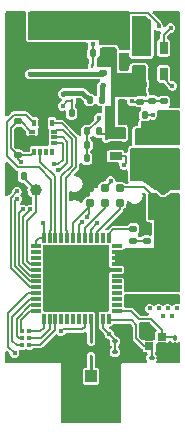
<source format=gbr>
%TF.GenerationSoftware,KiCad,Pcbnew,(6.0.11-0)*%
%TF.CreationDate,2023-03-16T18:41:31-05:00*%
%TF.ProjectId,STEP,53544550-2e6b-4696-9361-645f70636258,rev?*%
%TF.SameCoordinates,Original*%
%TF.FileFunction,Copper,L1,Top*%
%TF.FilePolarity,Positive*%
%FSLAX46Y46*%
G04 Gerber Fmt 4.6, Leading zero omitted, Abs format (unit mm)*
G04 Created by KiCad (PCBNEW (6.0.11-0)) date 2023-03-16 18:41:31*
%MOMM*%
%LPD*%
G01*
G04 APERTURE LIST*
G04 Aperture macros list*
%AMRoundRect*
0 Rectangle with rounded corners*
0 $1 Rounding radius*
0 $2 $3 $4 $5 $6 $7 $8 $9 X,Y pos of 4 corners*
0 Add a 4 corners polygon primitive as box body*
4,1,4,$2,$3,$4,$5,$6,$7,$8,$9,$2,$3,0*
0 Add four circle primitives for the rounded corners*
1,1,$1+$1,$2,$3*
1,1,$1+$1,$4,$5*
1,1,$1+$1,$6,$7*
1,1,$1+$1,$8,$9*
0 Add four rect primitives between the rounded corners*
20,1,$1+$1,$2,$3,$4,$5,0*
20,1,$1+$1,$4,$5,$6,$7,0*
20,1,$1+$1,$6,$7,$8,$9,0*
20,1,$1+$1,$8,$9,$2,$3,0*%
%AMFreePoly0*
4,1,6,1.000000,0.000000,0.500000,-0.750000,-0.500000,-0.750000,-0.500000,0.750000,0.500000,0.750000,1.000000,0.000000,1.000000,0.000000,$1*%
%AMFreePoly1*
4,1,6,0.500000,-0.750000,-0.650000,-0.750000,-0.150000,0.000000,-0.650000,0.750000,0.500000,0.750000,0.500000,-0.750000,0.500000,-0.750000,$1*%
G04 Aperture macros list end*
%TA.AperFunction,SMDPad,CuDef*%
%ADD10RoundRect,0.135000X0.185000X-0.135000X0.185000X0.135000X-0.185000X0.135000X-0.185000X-0.135000X0*%
%TD*%
%TA.AperFunction,SMDPad,CuDef*%
%ADD11C,0.787000*%
%TD*%
%TA.AperFunction,SMDPad,CuDef*%
%ADD12R,1.050000X2.200000*%
%TD*%
%TA.AperFunction,SMDPad,CuDef*%
%ADD13R,1.000000X1.000000*%
%TD*%
%TA.AperFunction,SMDPad,CuDef*%
%ADD14R,0.576580X0.351536*%
%TD*%
%TA.AperFunction,SMDPad,CuDef*%
%ADD15R,0.351536X0.576580*%
%TD*%
%TA.AperFunction,SMDPad,CuDef*%
%ADD16R,0.203200X0.203200*%
%TD*%
%TA.AperFunction,SMDPad,CuDef*%
%ADD17R,0.750000X0.650000*%
%TD*%
%TA.AperFunction,SMDPad,CuDef*%
%ADD18R,0.650000X1.060000*%
%TD*%
%TA.AperFunction,SMDPad,CuDef*%
%ADD19R,5.600000X5.600000*%
%TD*%
%TA.AperFunction,SMDPad,CuDef*%
%ADD20RoundRect,0.008100X-0.421900X-0.126900X0.421900X-0.126900X0.421900X0.126900X-0.421900X0.126900X0*%
%TD*%
%TA.AperFunction,SMDPad,CuDef*%
%ADD21RoundRect,0.008100X0.126900X-0.421900X0.126900X0.421900X-0.126900X0.421900X-0.126900X-0.421900X0*%
%TD*%
%TA.AperFunction,SMDPad,CuDef*%
%ADD22R,1.060000X0.650000*%
%TD*%
%TA.AperFunction,SMDPad,CuDef*%
%ADD23C,1.000000*%
%TD*%
%TA.AperFunction,SMDPad,CuDef*%
%ADD24RoundRect,0.135000X0.135000X0.185000X-0.135000X0.185000X-0.135000X-0.185000X0.135000X-0.185000X0*%
%TD*%
%TA.AperFunction,SMDPad,CuDef*%
%ADD25RoundRect,0.135000X-0.135000X-0.185000X0.135000X-0.185000X0.135000X0.185000X-0.135000X0.185000X0*%
%TD*%
%TA.AperFunction,SMDPad,CuDef*%
%ADD26RoundRect,0.135000X-0.185000X0.135000X-0.185000X-0.135000X0.185000X-0.135000X0.185000X0.135000X0*%
%TD*%
%TA.AperFunction,SMDPad,CuDef*%
%ADD27FreePoly0,270.000000*%
%TD*%
%TA.AperFunction,SMDPad,CuDef*%
%ADD28FreePoly1,270.000000*%
%TD*%
%TA.AperFunction,SMDPad,CuDef*%
%ADD29RoundRect,0.050000X0.075000X-0.150000X0.075000X0.150000X-0.075000X0.150000X-0.075000X-0.150000X0*%
%TD*%
%TA.AperFunction,SMDPad,CuDef*%
%ADD30RoundRect,0.050000X0.300000X-0.150000X0.300000X0.150000X-0.300000X0.150000X-0.300000X-0.150000X0*%
%TD*%
%TA.AperFunction,SMDPad,CuDef*%
%ADD31RoundRect,0.050000X-0.075000X0.150000X-0.075000X-0.150000X0.075000X-0.150000X0.075000X0.150000X0*%
%TD*%
%TA.AperFunction,SMDPad,CuDef*%
%ADD32RoundRect,0.050000X-0.300000X0.150000X-0.300000X-0.150000X0.300000X-0.150000X0.300000X0.150000X0*%
%TD*%
%TA.AperFunction,SMDPad,CuDef*%
%ADD33RoundRect,0.250000X0.275000X0.350000X-0.275000X0.350000X-0.275000X-0.350000X0.275000X-0.350000X0*%
%TD*%
%TA.AperFunction,SMDPad,CuDef*%
%ADD34RoundRect,0.250000X-0.350000X0.275000X-0.350000X-0.275000X0.350000X-0.275000X0.350000X0.275000X0*%
%TD*%
%TA.AperFunction,SMDPad,CuDef*%
%ADD35RoundRect,0.147500X0.172500X-0.147500X0.172500X0.147500X-0.172500X0.147500X-0.172500X-0.147500X0*%
%TD*%
%TA.AperFunction,SMDPad,CuDef*%
%ADD36RoundRect,0.140000X-0.140000X-0.170000X0.140000X-0.170000X0.140000X0.170000X-0.140000X0.170000X0*%
%TD*%
%TA.AperFunction,SMDPad,CuDef*%
%ADD37RoundRect,0.140000X0.170000X-0.140000X0.170000X0.140000X-0.170000X0.140000X-0.170000X-0.140000X0*%
%TD*%
%TA.AperFunction,SMDPad,CuDef*%
%ADD38RoundRect,0.140000X-0.170000X0.140000X-0.170000X-0.140000X0.170000X-0.140000X0.170000X0.140000X0*%
%TD*%
%TA.AperFunction,SMDPad,CuDef*%
%ADD39RoundRect,0.100000X0.130000X0.100000X-0.130000X0.100000X-0.130000X-0.100000X0.130000X-0.100000X0*%
%TD*%
%TA.AperFunction,SMDPad,CuDef*%
%ADD40RoundRect,0.100000X-0.130000X-0.100000X0.130000X-0.100000X0.130000X0.100000X-0.130000X0.100000X0*%
%TD*%
%TA.AperFunction,SMDPad,CuDef*%
%ADD41RoundRect,0.100000X-0.100000X0.130000X-0.100000X-0.130000X0.100000X-0.130000X0.100000X0.130000X0*%
%TD*%
%TA.AperFunction,SMDPad,CuDef*%
%ADD42RoundRect,0.140000X0.140000X0.170000X-0.140000X0.170000X-0.140000X-0.170000X0.140000X-0.170000X0*%
%TD*%
%TA.AperFunction,ViaPad*%
%ADD43C,0.400000*%
%TD*%
%TA.AperFunction,Conductor*%
%ADD44C,0.293400*%
%TD*%
%TA.AperFunction,Conductor*%
%ADD45C,0.150000*%
%TD*%
%TA.AperFunction,Conductor*%
%ADD46C,0.400000*%
%TD*%
%TA.AperFunction,Conductor*%
%ADD47C,0.200000*%
%TD*%
G04 APERTURE END LIST*
D10*
%TO.P,R5,1*%
%TO.N,Net-(D1-Pad1)*%
X102870000Y-114302000D03*
%TO.P,R5,2*%
%TO.N,GND*%
X102870000Y-113282000D03*
%TD*%
D11*
%TO.P,J2,1,VCC*%
%TO.N,+1V8*%
X100584000Y-109855000D03*
%TO.P,J2,2,SWDIO/TMS*%
%TO.N,/SWDIO*%
X100584000Y-111125000D03*
%TO.P,J2,3,nRESET*%
%TO.N,/NRST*%
X99314000Y-109855000D03*
%TO.P,J2,4,SWCLK/TCK*%
%TO.N,/SWCLK*%
X99314000Y-111125000D03*
%TO.P,J2,5,GND*%
%TO.N,GND*%
X98044000Y-109855000D03*
%TO.P,J2,6,SWO/TDO*%
%TO.N,/SCK*%
X98044000Y-111125000D03*
%TD*%
D12*
%TO.P,U5,2,GND*%
%TO.N,GND*%
X99646000Y-127254000D03*
D13*
X98171000Y-128754000D03*
D12*
X96696000Y-127254000D03*
D13*
%TO.P,U5,1,RF*%
%TO.N,/RF_FILT*%
X98171000Y-125754000D03*
%TD*%
D14*
%TO.P,U1,14,SDA*%
%TO.N,/MOSI*%
X95063300Y-105037001D03*
%TO.P,U1,13,SCL*%
%TO.N,/SCK*%
X95063300Y-105537000D03*
%TO.P,U1,12,CS*%
%TO.N,/CS*%
X95063300Y-106036999D03*
D15*
%TO.P,U1,11,NC*%
%TO.N,unconnected-(U1-Pad11)*%
X94857001Y-106747300D03*
%TO.P,U1,10,NC*%
%TO.N,unconnected-(U1-Pad10)*%
X94357000Y-106747300D03*
%TO.P,U1,9,INT2*%
%TO.N,/LSM_INT2*%
X93857000Y-106747300D03*
%TO.P,U1,8,VDD*%
%TO.N,+1V8*%
X93356999Y-106747300D03*
D14*
%TO.P,U1,7,GND*%
%TO.N,GND*%
X93150700Y-106036999D03*
%TO.P,U1,6,GND*%
X93150700Y-105537000D03*
%TO.P,U1,5,VDDIO*%
%TO.N,+1V8*%
X93150700Y-105037001D03*
D15*
%TO.P,U1,4,INT1*%
%TO.N,/LSM_INT1*%
X93356999Y-104326700D03*
%TO.P,U1,3,SCx*%
%TO.N,GND*%
X93857000Y-104326700D03*
%TO.P,U1,2,SDx*%
X94357000Y-104326700D03*
%TO.P,U1,1,SDO/SA0*%
%TO.N,/MISO*%
X94857001Y-104326700D03*
%TD*%
D16*
%TO.P,AE1,1,OUT*%
%TO.N,/RF_FILT*%
X98171000Y-124030999D03*
%TO.P,AE1,2,GND4*%
%TO.N,GND*%
X98171000Y-123444000D03*
%TO.P,AE1,3,IN*%
%TO.N,/RF1*%
X98171000Y-122857001D03*
%TO.P,AE1,4,GND1*%
%TO.N,GND*%
X97663000Y-122857001D03*
%TO.P,AE1,5,GND2*%
X97663000Y-123444000D03*
%TO.P,AE1,6,GND3*%
X97663000Y-124030999D03*
%TD*%
D17*
%TO.P,Y1,2*%
%TO.N,GND*%
X103107000Y-122434000D03*
%TO.P,Y1,1*%
%TO.N,/XTAL_FILT1*%
X104157000Y-122434000D03*
%TO.P,Y1,3*%
%TO.N,/XTAL_FILT3*%
X103107000Y-123184000D03*
%TO.P,Y1,4*%
%TO.N,GND*%
X104157000Y-123184000D03*
%TD*%
D18*
%TO.P,U7,1,VIN*%
%TO.N,+BATT*%
X102400000Y-100160000D03*
%TO.P,U7,2,GND*%
%TO.N,GND*%
X103350000Y-100160000D03*
%TO.P,U7,3,EN*%
%TO.N,/VEN_AUX*%
X104300000Y-100160000D03*
%TO.P,U7,4,FB*%
%TO.N,/VFB_AUX*%
X104300000Y-97960000D03*
%TO.P,U7,5,SW*%
%TO.N,/VSW_AUX*%
X102400000Y-97960000D03*
%TD*%
D19*
%TO.P,U4,49,EXP*%
%TO.N,GND*%
X96901000Y-117475000D03*
D20*
%TO.P,U4,36,PA10*%
%TO.N,unconnected-(U4-Pad36)*%
X100336000Y-114725000D03*
%TO.P,U4,35,VDD*%
%TO.N,+1V8*%
X100336000Y-115225000D03*
%TO.P,U4,34,VDDSMPS*%
X100336000Y-115725000D03*
%TO.P,U4,33,VLXSMPS*%
X100336000Y-116225000D03*
%TO.P,U4,32,VSSSMPS*%
%TO.N,GND*%
X100336000Y-116725000D03*
%TO.P,U4,31,VFBSMPS*%
%TO.N,+1V8*%
X100336000Y-117225000D03*
%TO.P,U4,30,PE4*%
%TO.N,unconnected-(U4-Pad30)*%
X100336000Y-117725000D03*
%TO.P,U4,29,PB1*%
%TO.N,unconnected-(U4-Pad29)*%
X100336000Y-118225000D03*
%TO.P,U4,28,PB0*%
%TO.N,unconnected-(U4-Pad28)*%
X100336000Y-118725000D03*
%TO.P,U4,27,AT1*%
%TO.N,unconnected-(U4-Pad27)*%
X100336000Y-119225000D03*
%TO.P,U4,26,AT0*%
%TO.N,unconnected-(U4-Pad26)*%
X100336000Y-119725000D03*
%TO.P,U4,25,OSC_IN*%
%TO.N,/XTAL_FILT1*%
X100336000Y-120225000D03*
%TO.P,U4,12,PA3*%
%TO.N,/ADC_IN_2*%
X93466000Y-120225000D03*
%TO.P,U4,11,PA2*%
%TO.N,/ADC_IN_0*%
X93466000Y-119725000D03*
%TO.P,U4,10,PA1*%
%TO.N,/ADC_IN_1*%
X93466000Y-119225000D03*
%TO.P,U4,9,PA0*%
%TO.N,/BATT_LVL*%
X93466000Y-118725000D03*
%TO.P,U4,8,VDDA*%
%TO.N,+1V8*%
X93466000Y-118225000D03*
%TO.P,U4,7,NRST*%
%TO.N,/NRST*%
X93466000Y-117725000D03*
%TO.P,U4,6,PB9*%
%TO.N,/VAUX_BUZZER_LSD*%
X93466000Y-117225000D03*
%TO.P,U4,5,PB8*%
%TO.N,/VBATT_BUZZER_LSD*%
X93466000Y-116725000D03*
%TO.P,U4,4,PH3-BOOT0*%
%TO.N,/BOOT0*%
X93466000Y-116225000D03*
%TO.P,U4,3,PC15-OSC32_OUT*%
%TO.N,unconnected-(U4-Pad3)*%
X93466000Y-115725000D03*
%TO.P,U4,2,PC14-OSC32_IN*%
%TO.N,unconnected-(U4-Pad2)*%
X93466000Y-115225000D03*
%TO.P,U4,1,VBAT*%
%TO.N,+1V8*%
X93466000Y-114725000D03*
D21*
%TO.P,U4,48,VDD*%
X94151000Y-114040000D03*
%TO.P,U4,47,PB7*%
%TO.N,/LSM_INT1*%
X94651000Y-114040000D03*
%TO.P,U4,46,PB6*%
%TO.N,/LSM_INT2*%
X95151000Y-114040000D03*
%TO.P,U4,45,PB5*%
%TO.N,/MOSI*%
X95651000Y-114040000D03*
%TO.P,U4,44,PB4*%
%TO.N,/MISO*%
X96151000Y-114040000D03*
%TO.P,U4,43,PB3*%
%TO.N,/SCK*%
X96651000Y-114040000D03*
%TO.P,U4,42,PA15*%
%TO.N,/CS*%
X97151000Y-114040000D03*
%TO.P,U4,41,PA14*%
%TO.N,/SWCLK*%
X97651000Y-114040000D03*
%TO.P,U4,40,VDDUSB*%
%TO.N,+1V8*%
X98151000Y-114040000D03*
%TO.P,U4,39,PA13*%
%TO.N,/SWDIO*%
X98651000Y-114040000D03*
%TO.P,U4,38,PA12*%
%TO.N,unconnected-(U4-Pad38)*%
X99151000Y-114040000D03*
%TO.P,U4,37,PA11*%
%TO.N,/LED_DEBUG*%
X99651000Y-114040000D03*
%TO.P,U4,24,OSC_OUT*%
%TO.N,/XTAL_FILT3*%
X99651000Y-120910000D03*
%TO.P,U4,23,VDDRF*%
%TO.N,+1V8*%
X99151000Y-120910000D03*
%TO.P,U4,22,VSSRF*%
%TO.N,GND*%
X98651000Y-120910000D03*
%TO.P,U4,21,RF1*%
%TO.N,/RF1*%
X98151000Y-120910000D03*
%TO.P,U4,20,VDD*%
%TO.N,+1V8*%
X97651000Y-120910000D03*
%TO.P,U4,19,PB2*%
%TO.N,unconnected-(U4-Pad19)*%
X97151000Y-120910000D03*
%TO.P,U4,18,PA9*%
%TO.N,unconnected-(U4-Pad18)*%
X96651000Y-120910000D03*
%TO.P,U4,17,PA8*%
%TO.N,unconnected-(U4-Pad17)*%
X96151000Y-120910000D03*
%TO.P,U4,16,PA7*%
%TO.N,unconnected-(U4-Pad16)*%
X95651000Y-120910000D03*
%TO.P,U4,15,PA6*%
%TO.N,/DIO_1*%
X95151000Y-120910000D03*
%TO.P,U4,14,PA5*%
%TO.N,/DIO_0*%
X94651000Y-120910000D03*
%TO.P,U4,13,PA4*%
%TO.N,/ADC_IN_3*%
X94151000Y-120910000D03*
%TD*%
D22*
%TO.P,U3,1,VIN*%
%TO.N,+BATT*%
X100255000Y-105222000D03*
%TO.P,U3,2,GND*%
%TO.N,GND*%
X100255000Y-106172000D03*
%TO.P,U3,3,EN*%
%TO.N,/VEN_1V8*%
X100255000Y-107122000D03*
%TO.P,U3,4,FB*%
%TO.N,/VFB_1V8*%
X102455000Y-107122000D03*
%TO.P,U3,5,SW*%
%TO.N,/VSW_1V8*%
X102455000Y-105222000D03*
%TD*%
D23*
%TO.P,TP3,1*%
%TO.N,/BOOT0*%
X93472000Y-109982000D03*
%TD*%
D24*
%TO.P,R16,1*%
%TO.N,GND*%
X98817000Y-107315000D03*
%TO.P,R16,2*%
%TO.N,/VEN_1V8*%
X97797000Y-107315000D03*
%TD*%
D25*
%TO.P,R15,1*%
%TO.N,/VEN_1V8*%
X97797000Y-105029000D03*
%TO.P,R15,2*%
%TO.N,+BATT*%
X98817000Y-105029000D03*
%TD*%
D26*
%TO.P,R14,1*%
%TO.N,GND*%
X104366000Y-101471000D03*
%TO.P,R14,2*%
%TO.N,/VEN_AUX*%
X104366000Y-102491000D03*
%TD*%
D10*
%TO.P,R13,1*%
%TO.N,/VEN_AUX*%
X102334000Y-102493000D03*
%TO.P,R13,2*%
%TO.N,+BATT*%
X102334000Y-101473000D03*
%TD*%
D24*
%TO.P,R12,1*%
%TO.N,GND*%
X97538000Y-103505000D03*
%TO.P,R12,2*%
%TO.N,/VAUX_BUZZER_LSD*%
X96518000Y-103505000D03*
%TD*%
D25*
%TO.P,R11,1*%
%TO.N,GND*%
X97278000Y-98425000D03*
%TO.P,R11,2*%
%TO.N,/VBATT_BUZZER_LSD*%
X98298000Y-98425000D03*
%TD*%
%TO.P,R10,1*%
%TO.N,GND*%
X91438000Y-108839000D03*
%TO.P,R10,2*%
%TO.N,/BOOT0*%
X92458000Y-108839000D03*
%TD*%
%TO.P,R9,1*%
%TO.N,/AUX_BUZZER_DRAIN*%
X98040000Y-102362000D03*
%TO.P,R9,2*%
%TO.N,VAUX*%
X99060000Y-102362000D03*
%TD*%
D10*
%TO.P,R7,1*%
%TO.N,/BATT_BUZZER_DRAIN*%
X99183000Y-100080000D03*
%TO.P,R7,2*%
%TO.N,+BATT*%
X99183000Y-99060000D03*
%TD*%
D27*
%TO.P,R6,1*%
%TO.N,/VFB_1V8*%
X104267000Y-109384000D03*
D28*
%TO.P,R6,2*%
%TO.N,+1V8*%
X104267000Y-110834000D03*
%TD*%
D29*
%TO.P,Q3,1,G*%
%TO.N,/VAUX_BUZZER_LSD*%
X96549000Y-102458000D03*
%TO.P,Q3,2,S*%
%TO.N,GND*%
X96999000Y-102458000D03*
D30*
%TO.P,Q3,3,D*%
%TO.N,/AUX_BUZZER_DRAIN*%
X96774000Y-101758000D03*
%TD*%
D31*
%TO.P,Q2,1,G*%
%TO.N,/VBATT_BUZZER_LSD*%
X98267000Y-99472000D03*
%TO.P,Q2,2,S*%
%TO.N,GND*%
X97817000Y-99472000D03*
D32*
%TO.P,Q2,3,D*%
%TO.N,/BATT_BUZZER_DRAIN*%
X98042000Y-100172000D03*
%TD*%
D33*
%TO.P,L2,2*%
%TO.N,VAUX*%
X100422000Y-96139000D03*
%TO.P,L2,1*%
%TO.N,/VSW_AUX*%
X102722000Y-96139000D03*
%TD*%
D34*
%TO.P,L1,1*%
%TO.N,/VSW_1V8*%
X104276000Y-105149000D03*
%TO.P,L1,2*%
%TO.N,/VFB_1V8*%
X104276000Y-107449000D03*
%TD*%
D35*
%TO.P,D1,1,K*%
%TO.N,Net-(D1-Pad1)*%
X101727000Y-114277000D03*
%TO.P,D1,2,A*%
%TO.N,/LED_DEBUG*%
X101727000Y-113307000D03*
%TD*%
D36*
%TO.P,C20,1*%
%TO.N,/VEN_1V8*%
X97827000Y-106172000D03*
%TO.P,C20,2*%
%TO.N,GND*%
X98787000Y-106172000D03*
%TD*%
D37*
%TO.P,C19,1*%
%TO.N,/VEN_AUX*%
X103350000Y-102461000D03*
%TO.P,C19,2*%
%TO.N,GND*%
X103350000Y-101501000D03*
%TD*%
D38*
%TO.P,C18,2*%
%TO.N,GND*%
X100937000Y-98623000D03*
%TO.P,C18,1*%
%TO.N,VAUX*%
X100937000Y-97663000D03*
%TD*%
D37*
%TO.P,C15,1*%
%TO.N,+BATT*%
X100937000Y-100556000D03*
%TO.P,C15,2*%
%TO.N,GND*%
X100937000Y-99596000D03*
%TD*%
D38*
%TO.P,C14,1*%
%TO.N,+1V8*%
X101727000Y-118265000D03*
%TO.P,C14,2*%
%TO.N,GND*%
X101727000Y-119225000D03*
%TD*%
D39*
%TO.P,C13,1*%
%TO.N,+1V8*%
X100178000Y-122809000D03*
%TO.P,C13,2*%
%TO.N,GND*%
X99538000Y-122809000D03*
%TD*%
D38*
%TO.P,C12,1*%
%TO.N,+1V8*%
X102743000Y-118265000D03*
%TO.P,C12,2*%
%TO.N,GND*%
X102743000Y-119225000D03*
%TD*%
D39*
%TO.P,C11,1*%
%TO.N,+1V8*%
X100178000Y-123698000D03*
%TO.P,C11,2*%
%TO.N,GND*%
X99538000Y-123698000D03*
%TD*%
D38*
%TO.P,C10,1*%
%TO.N,+1V8*%
X103759000Y-118265000D03*
%TO.P,C10,2*%
%TO.N,GND*%
X103759000Y-119225000D03*
%TD*%
%TO.P,C9,1*%
%TO.N,+1V8*%
X104775000Y-118265000D03*
%TO.P,C9,2*%
%TO.N,GND*%
X104775000Y-119225000D03*
%TD*%
D40*
%TO.P,C8,2*%
%TO.N,GND*%
X103928927Y-124205999D03*
%TO.P,C8,1*%
%TO.N,/XTAL_FILT3*%
X103288927Y-124205999D03*
%TD*%
D41*
%TO.P,C6,2*%
%TO.N,GND*%
X105259926Y-123129000D03*
%TO.P,C6,1*%
%TO.N,/XTAL_FILT1*%
X105259926Y-122489000D03*
%TD*%
D42*
%TO.P,C5,1*%
%TO.N,/VFB_1V8*%
X102724000Y-103632000D03*
%TO.P,C5,2*%
%TO.N,GND*%
X101764000Y-103632000D03*
%TD*%
D37*
%TO.P,C4,1*%
%TO.N,+1V8*%
X91948000Y-107033000D03*
%TO.P,C4,2*%
%TO.N,GND*%
X91948000Y-106073000D03*
%TD*%
D38*
%TO.P,C3,1*%
%TO.N,+1V8*%
X91948000Y-104168000D03*
%TO.P,C3,2*%
%TO.N,GND*%
X91948000Y-105128000D03*
%TD*%
D36*
%TO.P,C1,1*%
%TO.N,+BATT*%
X99859000Y-103632000D03*
%TO.P,C1,2*%
%TO.N,GND*%
X100819000Y-103632000D03*
%TD*%
D43*
%TO.N,+1V8*%
X99695000Y-122174000D03*
%TO.N,GND*%
X105156000Y-124079000D03*
%TO.N,VAUX*%
X103886000Y-96139000D03*
%TO.N,+BATT*%
X105029000Y-120650000D03*
X104267000Y-120650000D03*
X105410000Y-120015000D03*
X104648000Y-120015000D03*
X103886000Y-120015000D03*
X103124000Y-120015000D03*
X100076000Y-101981000D03*
X100076000Y-101346000D03*
X100076000Y-100711000D03*
X100076000Y-100076000D03*
X100076000Y-99441000D03*
X100076000Y-98171000D03*
X100076000Y-98806000D03*
X101473000Y-101854000D03*
X101473000Y-101346000D03*
%TO.N,GND*%
X102235000Y-120015000D03*
X101092000Y-112268000D03*
%TO.N,+1V8*%
X105029000Y-113919000D03*
X104140000Y-113919000D03*
X105029000Y-113157000D03*
X104140000Y-113157000D03*
X105029000Y-112395000D03*
X104140000Y-112395000D03*
X92202000Y-107602500D03*
%TO.N,GND*%
X97282000Y-117602000D03*
X97282000Y-118237000D03*
X96266000Y-115951000D03*
X96266000Y-115316000D03*
X96901000Y-115316000D03*
X96901000Y-115951000D03*
X97917000Y-120015000D03*
X98679000Y-120015000D03*
X98298000Y-119507000D03*
X99060000Y-119507000D03*
X98806000Y-122555000D03*
X98806000Y-123190000D03*
X98806000Y-123825000D03*
X100457000Y-125857000D03*
X99822000Y-125476000D03*
X99314000Y-124968000D03*
X98933000Y-124460000D03*
X100965000Y-124333000D03*
X100965000Y-123698000D03*
X100965000Y-123063000D03*
X100838000Y-122428000D03*
X100330000Y-122047000D03*
X96012000Y-125476000D03*
X96647000Y-125095000D03*
X96774000Y-124460000D03*
X96774000Y-123825000D03*
X96774000Y-123190000D03*
X96774000Y-122555000D03*
X91821000Y-98425000D03*
X91821000Y-97409000D03*
X91821000Y-96393000D03*
X91821000Y-95377000D03*
X92932250Y-98425000D03*
X94043500Y-98425000D03*
X95154750Y-98425000D03*
X96266000Y-98425000D03*
X92964000Y-100965000D03*
X94075250Y-100965000D03*
X95186500Y-100965000D03*
X96297750Y-100965000D03*
X97409000Y-100965000D03*
X98806000Y-103124000D03*
%TO.N,/AUX_BUZZER_DRAIN*%
X95758000Y-101854000D03*
%TO.N,VAUX*%
X99187000Y-101092000D03*
%TO.N,/BATT_BUZZER_DRAIN*%
X92964000Y-100203000D03*
%TO.N,VAUX*%
X93599000Y-96520000D03*
X99060000Y-96520000D03*
X99060000Y-95377000D03*
X97790000Y-95377000D03*
X96520000Y-95377000D03*
X95123000Y-95377000D03*
X93599000Y-95377000D03*
%TO.N,GND*%
X105283000Y-95377000D03*
X104013000Y-95377000D03*
X105424350Y-97548248D03*
X105426438Y-98792693D03*
X105410000Y-99949000D03*
X98298000Y-108204000D03*
%TO.N,/VFB_AUX*%
X104902000Y-96266000D03*
%TO.N,GND*%
X105410000Y-102362000D03*
%TO.N,/VEN_AUX*%
X105056349Y-101161894D03*
X101600000Y-102489000D03*
%TO.N,/VFB_1V8*%
X103378000Y-103632000D03*
X102481738Y-108135975D03*
%TO.N,/VEN_1V8*%
X98817510Y-103874490D03*
X100965000Y-107865500D03*
%TO.N,GND*%
X102235000Y-112268000D03*
X91104500Y-110109000D03*
%TO.N,/SCK*%
X97802477Y-112255523D03*
%TO.N,/NRST*%
X99822000Y-109220000D03*
%TO.N,/VAUX_BUZZER_LSD*%
X95758000Y-102870000D03*
%TO.N,/VBATT_BUZZER_LSD*%
X98298000Y-97663000D03*
%TO.N,GND*%
X94361000Y-102997000D03*
X93853000Y-102997000D03*
%TO.N,/BATT_LVL*%
X91693098Y-123825902D03*
%TO.N,/ADC_IN_1*%
X92329000Y-123119006D03*
%TO.N,/ADC_IN_0*%
X92329000Y-122519503D03*
%TO.N,/ADC_IN_2*%
X92329000Y-121920000D03*
%TO.N,+1V8*%
X91873754Y-110109000D03*
%TO.N,/NRST*%
X91910506Y-110744000D03*
%TO.N,/VAUX_BUZZER_LSD*%
X92385006Y-111633000D03*
%TO.N,/VBATT_BUZZER_LSD*%
X92997500Y-111633000D03*
%TO.N,/DIO_1*%
X92928502Y-123118890D03*
%TO.N,/DIO_0*%
X92936798Y-122519445D03*
%TO.N,/ADC_IN_3*%
X92928503Y-121920000D03*
%TO.N,+1V8*%
X95608204Y-121951500D03*
X98697023Y-112794023D03*
%TO.N,/CS*%
X97363523Y-112730523D03*
%TO.N,/SCK*%
X95377000Y-108331000D03*
%TO.N,/CS*%
X94996000Y-107823000D03*
%TO.N,+1V8*%
X94107000Y-112776000D03*
%TO.N,GND*%
X102489000Y-121539000D03*
%TD*%
D44*
%TO.N,/RF1*%
X98151000Y-120910000D02*
X98151000Y-122837001D01*
X98151000Y-122837001D02*
X98171000Y-122857001D01*
%TO.N,/RF_FILT*%
X98171000Y-125754000D02*
X98171000Y-124030999D01*
D45*
%TO.N,+1V8*%
X104267000Y-110834000D02*
X103722000Y-110834000D01*
X102637468Y-109749468D02*
X100613742Y-109749468D01*
X100613742Y-109749468D02*
X100584000Y-109779210D01*
X103722000Y-110834000D02*
X102637468Y-109749468D01*
X104775000Y-117602000D02*
X102398000Y-115225000D01*
%TO.N,GND*%
X93857000Y-103001000D02*
X93857000Y-104326700D01*
X93853000Y-102997000D02*
X93857000Y-103001000D01*
X94361000Y-102997000D02*
X94357000Y-103001000D01*
X94357000Y-103001000D02*
X94357000Y-104326700D01*
%TO.N,/BATT_LVL*%
X91693098Y-123825902D02*
X91154000Y-123286804D01*
X91154000Y-123286804D02*
X91154000Y-120428000D01*
X91154000Y-120428000D02*
X92857000Y-118725000D01*
X92857000Y-118725000D02*
X93466000Y-118725000D01*
%TO.N,/LED_DEBUG*%
X99651000Y-114040000D02*
X99651000Y-113709000D01*
X99651000Y-113709000D02*
X100053000Y-113307000D01*
X100053000Y-113307000D02*
X101727000Y-113307000D01*
D46*
%TO.N,/AUX_BUZZER_DRAIN*%
X96774000Y-101758000D02*
X97436000Y-101758000D01*
X97436000Y-101758000D02*
X98040000Y-102362000D01*
D45*
%TO.N,+1V8*%
X99151000Y-121630000D02*
X99695000Y-122174000D01*
X100178000Y-122809000D02*
X100178000Y-122657000D01*
X100178000Y-122657000D02*
X99695000Y-122174000D01*
%TO.N,GND*%
X104261000Y-123184000D02*
X105156000Y-124079000D01*
X104157000Y-123184000D02*
X104261000Y-123184000D01*
%TO.N,VAUX*%
X103886000Y-96139000D02*
X103886000Y-95935538D01*
X103886000Y-95935538D02*
X102946462Y-94996000D01*
X102946462Y-94996000D02*
X101328500Y-94996000D01*
X101328500Y-94996000D02*
X100422000Y-95902500D01*
X100422000Y-95902500D02*
X100422000Y-96139000D01*
%TO.N,/VEN_1V8*%
X98817510Y-103874490D02*
X98806000Y-103886000D01*
X98806000Y-104020000D02*
X97797000Y-105029000D01*
X98806000Y-103886000D02*
X98806000Y-104020000D01*
%TO.N,+BATT*%
X98817000Y-105029000D02*
X99010000Y-105222000D01*
X99010000Y-105222000D02*
X100255000Y-105222000D01*
%TO.N,GND*%
X101727000Y-119507000D02*
X102235000Y-120015000D01*
X101727000Y-119225000D02*
X101727000Y-119507000D01*
X99646000Y-127254000D02*
X99646000Y-125808000D01*
X99646000Y-125808000D02*
X98679000Y-124841000D01*
X98679000Y-124841000D02*
X98679000Y-123698000D01*
X98679000Y-123698000D02*
X98425000Y-123444000D01*
X98425000Y-123444000D02*
X98171000Y-123444000D01*
%TO.N,+1V8*%
X92991076Y-118225000D02*
X93466000Y-118225000D01*
X91873754Y-110109000D02*
X91361000Y-110621754D01*
X91361000Y-116594924D02*
X92991076Y-118225000D01*
X91361000Y-110621754D02*
X91361000Y-116594924D01*
X91948000Y-107348500D02*
X92202000Y-107602500D01*
X91948000Y-107033000D02*
X91948000Y-107348500D01*
%TO.N,GND*%
X98171000Y-128754000D02*
X97004000Y-128754000D01*
X97004000Y-128754000D02*
X96696000Y-128446000D01*
X96696000Y-128446000D02*
X96696000Y-127254000D01*
X98171000Y-128754000D02*
X99338000Y-128754000D01*
X99338000Y-128754000D02*
X99646000Y-128446000D01*
X99646000Y-128446000D02*
X99646000Y-127254000D01*
X96696000Y-127254000D02*
X96696000Y-125681000D01*
X96696000Y-125681000D02*
X97663000Y-124714000D01*
X97663000Y-124714000D02*
X97663000Y-124030999D01*
X98171000Y-123444000D02*
X97663000Y-123444000D01*
X97663000Y-122857001D02*
X97663000Y-124030999D01*
%TO.N,/VAUX_BUZZER_LSD*%
X96170000Y-102458000D02*
X96549000Y-102458000D01*
X95758000Y-102870000D02*
X96170000Y-102458000D01*
%TO.N,/CS*%
X95063300Y-106036999D02*
X95749999Y-106036999D01*
X95749999Y-106036999D02*
X95758000Y-106045000D01*
X95758000Y-106045000D02*
X95758000Y-107442000D01*
X95758000Y-107442000D02*
X95377000Y-107823000D01*
X95377000Y-107823000D02*
X94996000Y-107823000D01*
%TO.N,/SCK*%
X95063300Y-105537000D02*
X95758000Y-105537000D01*
X95758000Y-105537000D02*
X96139000Y-105918000D01*
X96139000Y-105918000D02*
X96139000Y-107696000D01*
X96139000Y-107696000D02*
X95504000Y-108331000D01*
X95504000Y-108331000D02*
X95377000Y-108331000D01*
%TO.N,/MISO*%
X96151000Y-114040000D02*
X96151000Y-113482100D01*
X96151000Y-113482100D02*
X96012000Y-113343100D01*
X96012000Y-113343100D02*
X96012000Y-108966000D01*
X96012000Y-108966000D02*
X96901000Y-108077000D01*
X96901000Y-108077000D02*
X96901000Y-105550026D01*
X96901000Y-105550026D02*
X95677674Y-104326700D01*
X95677674Y-104326700D02*
X94857001Y-104326700D01*
%TO.N,/MOSI*%
X95651000Y-114040000D02*
X95631000Y-114020000D01*
X95631000Y-114020000D02*
X95631000Y-108839000D01*
X95631000Y-108839000D02*
X96520000Y-107950000D01*
X96520000Y-107950000D02*
X96520000Y-105664000D01*
X96520000Y-105664000D02*
X95758000Y-104902000D01*
X95758000Y-104902000D02*
X95198301Y-104902000D01*
X95198301Y-104902000D02*
X95063300Y-105037001D01*
D46*
%TO.N,/AUX_BUZZER_DRAIN*%
X95854000Y-101758000D02*
X95758000Y-101854000D01*
X96774000Y-101758000D02*
X95854000Y-101758000D01*
%TO.N,VAUX*%
X99060000Y-101219000D02*
X99187000Y-101092000D01*
X99060000Y-102362000D02*
X99060000Y-101219000D01*
%TO.N,/BATT_BUZZER_DRAIN*%
X92995000Y-100172000D02*
X92964000Y-100203000D01*
X98042000Y-100172000D02*
X92995000Y-100172000D01*
X99183000Y-100080000D02*
X99091000Y-100172000D01*
X99091000Y-100172000D02*
X98042000Y-100172000D01*
D47*
%TO.N,GND*%
X97278000Y-98425000D02*
X97278000Y-98933000D01*
X97278000Y-98933000D02*
X97817000Y-99472000D01*
D45*
%TO.N,/VFB_AUX*%
X104300000Y-96868000D02*
X104300000Y-97960000D01*
X104902000Y-96266000D02*
X104300000Y-96868000D01*
%TO.N,/VEN_AUX*%
X101600000Y-102489000D02*
X101604000Y-102493000D01*
X101604000Y-102493000D02*
X102334000Y-102493000D01*
%TO.N,GND*%
X104519000Y-101471000D02*
X105410000Y-102362000D01*
X104366000Y-101471000D02*
X104519000Y-101471000D01*
%TO.N,/VEN_AUX*%
X105056349Y-101161894D02*
X104956722Y-101161894D01*
X104956722Y-101161894D02*
X104300000Y-100505172D01*
X104300000Y-100505172D02*
X104300000Y-100160000D01*
X104366000Y-102491000D02*
X102336000Y-102491000D01*
X102336000Y-102491000D02*
X102334000Y-102493000D01*
D47*
%TO.N,GND*%
X96999000Y-102458000D02*
X96999000Y-102459000D01*
X96999000Y-102459000D02*
X97538000Y-102998000D01*
X97538000Y-102998000D02*
X97538000Y-103505000D01*
D45*
%TO.N,/VFB_1V8*%
X102455000Y-107122000D02*
X102455000Y-108109237D01*
X102455000Y-108109237D02*
X102481738Y-108135975D01*
X103378000Y-103632000D02*
X102724000Y-103632000D01*
%TO.N,/VEN_1V8*%
X97797000Y-105029000D02*
X97797000Y-107315000D01*
X101092000Y-107738500D02*
X100965000Y-107865500D01*
X101026000Y-107122000D02*
X101092000Y-107188000D01*
X100255000Y-107122000D02*
X101026000Y-107122000D01*
X101092000Y-107188000D02*
X101092000Y-107738500D01*
%TO.N,GND*%
X102235000Y-112268000D02*
X102870000Y-112903000D01*
X102870000Y-112903000D02*
X102870000Y-113282000D01*
%TO.N,/BOOT0*%
X93466000Y-116225000D02*
X93016836Y-116225000D01*
X93016836Y-116225000D02*
X92761000Y-115969164D01*
X92761000Y-115969164D02*
X92761000Y-112598000D01*
X92761000Y-112598000D02*
X93472000Y-111887000D01*
X93472000Y-111887000D02*
X93472000Y-109982000D01*
%TO.N,/VBATT_BUZZER_LSD*%
X92997500Y-111633000D02*
X92997500Y-111692258D01*
X92997500Y-111692258D02*
X92411000Y-112278758D01*
X92411000Y-112278758D02*
X92411000Y-116160000D01*
X92976000Y-116725000D02*
X93466000Y-116725000D01*
X92411000Y-116160000D02*
X92976000Y-116725000D01*
%TO.N,/VAUX_BUZZER_LSD*%
X92385006Y-111633000D02*
X92061000Y-111957006D01*
X92061000Y-111957006D02*
X92061000Y-116304975D01*
X92061000Y-116304975D02*
X92981025Y-117225000D01*
X92981025Y-117225000D02*
X93466000Y-117225000D01*
%TO.N,/NRST*%
X91910506Y-110744000D02*
X91711000Y-110943506D01*
X92986050Y-117725000D02*
X93466000Y-117725000D01*
X91711000Y-110943506D02*
X91711000Y-116449949D01*
X91711000Y-116449949D02*
X92986050Y-117725000D01*
%TO.N,+1V8*%
X99151000Y-120910000D02*
X99151000Y-121630000D01*
%TO.N,GND*%
X99538000Y-122809000D02*
X99538000Y-122779000D01*
X99538000Y-122779000D02*
X98651000Y-121892000D01*
X98651000Y-121892000D02*
X98651000Y-120910000D01*
%TO.N,/LSM_INT1*%
X91013000Y-107142000D02*
X91948000Y-108077000D01*
X94773000Y-109124000D02*
X94773000Y-113343100D01*
X94773000Y-113343100D02*
X94651000Y-113465100D01*
X92643299Y-103613000D02*
X91606101Y-103613000D01*
X93356999Y-104326700D02*
X92643299Y-103613000D01*
X91606101Y-103613000D02*
X91013000Y-104206101D01*
X93726000Y-108077000D02*
X94773000Y-109124000D01*
X91013000Y-104206101D02*
X91013000Y-107142000D01*
X91948000Y-108077000D02*
X93726000Y-108077000D01*
X94651000Y-113465100D02*
X94651000Y-114040000D01*
%TO.N,/LSM_INT2*%
X93857000Y-106747300D02*
X93857000Y-107573000D01*
X93857000Y-107573000D02*
X95123000Y-108839000D01*
X95123000Y-108839000D02*
X95123000Y-114012000D01*
X95123000Y-114012000D02*
X95151000Y-114040000D01*
%TO.N,+1V8*%
X95608204Y-121951500D02*
X95766704Y-121793000D01*
X95766704Y-121793000D02*
X97409000Y-121793000D01*
X97409000Y-121793000D02*
X97651000Y-121551000D01*
X97651000Y-121551000D02*
X97651000Y-120910000D01*
%TO.N,/SCK*%
X97802477Y-112255523D02*
X98012934Y-112045066D01*
X98012934Y-112045066D02*
X98012934Y-111200000D01*
%TO.N,/NRST*%
X99822000Y-109220000D02*
X99822000Y-109347000D01*
X99822000Y-109347000D02*
X99389790Y-109779210D01*
X99389790Y-109779210D02*
X99314000Y-109779210D01*
%TO.N,/VBATT_BUZZER_LSD*%
X98298000Y-98425000D02*
X98298000Y-97663000D01*
X98298000Y-98425000D02*
X98298000Y-99441000D01*
%TO.N,/VAUX_BUZZER_LSD*%
X96549000Y-102458000D02*
X96549000Y-103474000D01*
X96549000Y-103474000D02*
X96518000Y-103505000D01*
%TO.N,/ADC_IN_1*%
X92329000Y-123119006D02*
X91877006Y-123119006D01*
X91877006Y-123119006D02*
X91504000Y-122746000D01*
X91504000Y-122746000D02*
X91504000Y-120726026D01*
X91504000Y-120726026D02*
X93005026Y-119225000D01*
X93005026Y-119225000D02*
X93466000Y-119225000D01*
%TO.N,/ADC_IN_2*%
X92329000Y-121920000D02*
X92204000Y-121795000D01*
X92204000Y-121015974D02*
X92994974Y-120225000D01*
X92204000Y-121795000D02*
X92204000Y-121015974D01*
X92994974Y-120225000D02*
X93466000Y-120225000D01*
%TO.N,/DIO_1*%
X92928502Y-123118890D02*
X93854097Y-123118890D01*
X93854097Y-123118890D02*
X95151000Y-121821987D01*
X95151000Y-121821987D02*
X95151000Y-120910000D01*
%TO.N,/ADC_IN_0*%
X91854000Y-122334000D02*
X91854000Y-120871000D01*
X92293503Y-122555000D02*
X92075000Y-122555000D01*
X92075000Y-122555000D02*
X91854000Y-122334000D01*
X92329000Y-122519503D02*
X92293503Y-122555000D01*
X91854000Y-120871000D02*
X93000000Y-119725000D01*
X93000000Y-119725000D02*
X93466000Y-119725000D01*
%TO.N,/DIO_0*%
X92936798Y-122519445D02*
X93888555Y-122519445D01*
X93888555Y-122519445D02*
X94651000Y-121757000D01*
X94651000Y-121757000D02*
X94651000Y-120910000D01*
%TO.N,/ADC_IN_3*%
X92928503Y-121920000D02*
X93866026Y-121920000D01*
X93866026Y-121920000D02*
X94151000Y-121635026D01*
X94151000Y-121635026D02*
X94151000Y-120910000D01*
%TO.N,/BOOT0*%
X93472000Y-109982000D02*
X92458000Y-108968000D01*
X92458000Y-108968000D02*
X92458000Y-108839000D01*
%TO.N,GND*%
X101727000Y-119225000D02*
X104775000Y-119225000D01*
%TO.N,Net-(D1-Pad1)*%
X101727000Y-114277000D02*
X102845000Y-114277000D01*
X102845000Y-114277000D02*
X102870000Y-114302000D01*
%TO.N,/SWCLK*%
X97651000Y-114040000D02*
X97651000Y-113169000D01*
X97651000Y-113169000D02*
X99314000Y-111506000D01*
X99314000Y-111506000D02*
X99314000Y-111200000D01*
%TO.N,+1V8*%
X98151000Y-113340046D02*
X98697023Y-112794023D01*
X98151000Y-114040000D02*
X98151000Y-113340046D01*
%TO.N,/SWDIO*%
X98651000Y-114040000D02*
X98651000Y-113566000D01*
X98651000Y-113566000D02*
X100584000Y-111633000D01*
X100584000Y-111633000D02*
X100584000Y-111200000D01*
%TO.N,/CS*%
X97363523Y-112730523D02*
X97151000Y-112943046D01*
X97151000Y-112943046D02*
X97151000Y-114040000D01*
%TO.N,/SCK*%
X96651000Y-114040000D02*
X96651000Y-112772000D01*
X96651000Y-112772000D02*
X98012934Y-111410066D01*
X98012934Y-111410066D02*
X98012934Y-111200000D01*
X98012934Y-111200000D02*
X97990967Y-111178033D01*
%TO.N,GND*%
X94357000Y-104326700D02*
X93857000Y-104326700D01*
X93150700Y-105537000D02*
X93599000Y-105537000D01*
X93599000Y-105537000D02*
X93857000Y-105279000D01*
X93857000Y-105279000D02*
X93857000Y-104326700D01*
%TO.N,+1V8*%
X93150700Y-105037001D02*
X93099001Y-105037001D01*
X93099001Y-105037001D02*
X92230000Y-104168000D01*
X92230000Y-104168000D02*
X91948000Y-104168000D01*
X93356999Y-106747300D02*
X93043299Y-107061000D01*
X93043299Y-107061000D02*
X91976000Y-107061000D01*
X91976000Y-107061000D02*
X91948000Y-107033000D01*
%TO.N,GND*%
X93150700Y-106036999D02*
X91984001Y-106036999D01*
X91984001Y-106036999D02*
X91948000Y-106073000D01*
X93150700Y-105537000D02*
X92357000Y-105537000D01*
X92357000Y-105537000D02*
X91948000Y-105128000D01*
%TO.N,+1V8*%
X91948000Y-107033000D02*
X91363000Y-106448000D01*
X91363000Y-106448000D02*
X91363000Y-104753000D01*
X91363000Y-104753000D02*
X91948000Y-104168000D01*
X94151000Y-114040000D02*
X94151000Y-112820000D01*
X94151000Y-112820000D02*
X94107000Y-112776000D01*
X93466000Y-114725000D02*
X93466000Y-114306000D01*
X93466000Y-114306000D02*
X93732000Y-114040000D01*
X93732000Y-114040000D02*
X94151000Y-114040000D01*
X101223000Y-117225000D02*
X100336000Y-117225000D01*
X101727000Y-117729000D02*
X101223000Y-117225000D01*
X101727000Y-118265000D02*
X101727000Y-117729000D01*
X103759000Y-117602000D02*
X101882000Y-115725000D01*
X101882000Y-115725000D02*
X100336000Y-115725000D01*
X103759000Y-118265000D02*
X103759000Y-117602000D01*
X102398000Y-115225000D02*
X100336000Y-115225000D01*
X104775000Y-118265000D02*
X104775000Y-117602000D01*
X101366000Y-116225000D02*
X100336000Y-116225000D01*
X102743000Y-117602000D02*
X101366000Y-116225000D01*
X102743000Y-118265000D02*
X102743000Y-117602000D01*
%TO.N,/XTAL_FILT1*%
X100336000Y-120225000D02*
X101556000Y-120225000D01*
X101556000Y-120225000D02*
X102235000Y-120904000D01*
X102235000Y-120904000D02*
X103251000Y-120904000D01*
X103251000Y-120904000D02*
X104157000Y-121810000D01*
X104157000Y-121810000D02*
X104157000Y-122434000D01*
%TO.N,GND*%
X103107000Y-122157000D02*
X102489000Y-121539000D01*
X103107000Y-122434000D02*
X103107000Y-122157000D01*
%TO.N,/XTAL_FILT3*%
X103107000Y-123184000D02*
X102610000Y-123184000D01*
X102610000Y-123184000D02*
X101981000Y-122555000D01*
X101981000Y-122555000D02*
X101981000Y-121412000D01*
X101981000Y-121412000D02*
X101594000Y-121025000D01*
X101594000Y-121025000D02*
X99766000Y-121025000D01*
X99766000Y-121025000D02*
X99651000Y-120910000D01*
X103288927Y-124205999D02*
X103288927Y-123365927D01*
X103288927Y-123365927D02*
X103107000Y-123184000D01*
%TO.N,GND*%
X104157000Y-123184000D02*
X104157000Y-123977926D01*
X104157000Y-123977926D02*
X103928927Y-124205999D01*
X104157000Y-123184000D02*
X105204926Y-123184000D01*
X105204926Y-123184000D02*
X105259926Y-123129000D01*
%TO.N,/XTAL_FILT1*%
X104157000Y-122434000D02*
X105204926Y-122434000D01*
X105204926Y-122434000D02*
X105259926Y-122489000D01*
%TO.N,GND*%
X100336000Y-116725000D02*
X97651000Y-116725000D01*
X97651000Y-116725000D02*
X96901000Y-117475000D01*
X99538000Y-122809000D02*
X99538000Y-123698000D01*
%TO.N,+1V8*%
X100178000Y-122809000D02*
X100178000Y-123698000D01*
%TD*%
%TA.AperFunction,Conductor*%
%TO.N,+1V8*%
G36*
X103624810Y-110257162D02*
G01*
X104083117Y-110562700D01*
X104139211Y-110588890D01*
X104143781Y-110590232D01*
X104143784Y-110590233D01*
X104168549Y-110597505D01*
X104211220Y-110610034D01*
X104217922Y-110611505D01*
X104230077Y-110614172D01*
X104230081Y-110614172D01*
X104239140Y-110616160D01*
X104330318Y-110609033D01*
X104337073Y-110606926D01*
X104337076Y-110606925D01*
X104393789Y-110589232D01*
X104393792Y-110589231D01*
X104398093Y-110587889D01*
X104427677Y-110573773D01*
X104446822Y-110564638D01*
X104446825Y-110564636D01*
X104450883Y-110562700D01*
X104909191Y-110257162D01*
X104979082Y-110236000D01*
X105578500Y-110236000D01*
X105646621Y-110256002D01*
X105693114Y-110309658D01*
X105704500Y-110362000D01*
X105704500Y-118492000D01*
X105684498Y-118560121D01*
X105630842Y-118606614D01*
X105578500Y-118618000D01*
X101077923Y-118618000D01*
X101009802Y-118597998D01*
X100961516Y-118540223D01*
X100956819Y-118528884D01*
X100954397Y-118516708D01*
X100953654Y-118515595D01*
X100946882Y-118452634D01*
X100951122Y-118438193D01*
X100954397Y-118433292D01*
X100966500Y-118372447D01*
X100966499Y-118077554D01*
X100954397Y-118016708D01*
X100953653Y-118015595D01*
X100946883Y-117952631D01*
X100951122Y-117938193D01*
X100954397Y-117933292D01*
X100966500Y-117872447D01*
X100966499Y-117577554D01*
X100954397Y-117516708D01*
X100908292Y-117447708D01*
X100839292Y-117401603D01*
X100778447Y-117389500D01*
X100766050Y-117389500D01*
X100328998Y-117389501D01*
X100260879Y-117369499D01*
X100214386Y-117315844D01*
X100203000Y-117263501D01*
X100203000Y-117186500D01*
X100223002Y-117118379D01*
X100276658Y-117071886D01*
X100329000Y-117060500D01*
X100766045Y-117060499D01*
X100778446Y-117060499D01*
X100839292Y-117048397D01*
X100849609Y-117041504D01*
X100849610Y-117041503D01*
X100897979Y-117009183D01*
X100908292Y-117002292D01*
X100954397Y-116933292D01*
X100966500Y-116872447D01*
X100966499Y-116577554D01*
X100954397Y-116516708D01*
X100908292Y-116447708D01*
X100839292Y-116401603D01*
X100778447Y-116389500D01*
X100766050Y-116389500D01*
X100328998Y-116389501D01*
X100260879Y-116369499D01*
X100214386Y-116315844D01*
X100203000Y-116263501D01*
X100203000Y-115186500D01*
X100223002Y-115118379D01*
X100276658Y-115071886D01*
X100329000Y-115060500D01*
X100766045Y-115060499D01*
X100778446Y-115060499D01*
X100839292Y-115048397D01*
X100849609Y-115041504D01*
X100849610Y-115041503D01*
X100897979Y-115009183D01*
X100908292Y-115002292D01*
X100915838Y-114990999D01*
X100917816Y-114989346D01*
X100923962Y-114983200D01*
X100924512Y-114983750D01*
X100970315Y-114945471D01*
X101020604Y-114935000D01*
X103505000Y-114935000D01*
X103505000Y-112522000D01*
X103123000Y-112522000D01*
X103054879Y-112501998D01*
X103008386Y-112448342D01*
X102997000Y-112396000D01*
X102997000Y-110362000D01*
X103017002Y-110293879D01*
X103070658Y-110247386D01*
X103123000Y-110236000D01*
X103554918Y-110236000D01*
X103624810Y-110257162D01*
G37*
%TD.AperFunction*%
%TD*%
%TA.AperFunction,Conductor*%
%TO.N,/VFB_1V8*%
G36*
X105646621Y-106446002D02*
G01*
X105693114Y-106499658D01*
X105704500Y-106552000D01*
X105704500Y-109856000D01*
X105684498Y-109924121D01*
X105630842Y-109970614D01*
X105578500Y-109982000D01*
X105029000Y-109982000D01*
X105027549Y-109982967D01*
X105023890Y-109983507D01*
X104989740Y-109983471D01*
X104977328Y-109983458D01*
X104903604Y-110013906D01*
X104898454Y-110017340D01*
X104898451Y-110017341D01*
X104336892Y-110391714D01*
X104269117Y-110412858D01*
X104197108Y-110391714D01*
X103632953Y-110015611D01*
X103630396Y-110013906D01*
X103619967Y-110008339D01*
X103603416Y-109999502D01*
X103603413Y-109999501D01*
X103595231Y-109995133D01*
X103586136Y-109993324D01*
X103577393Y-109990198D01*
X103578068Y-109988311D01*
X103544000Y-109973571D01*
X103024514Y-109602510D01*
X102489000Y-109220000D01*
X101599000Y-109220000D01*
X101530879Y-109199998D01*
X101484386Y-109146342D01*
X101473000Y-109094000D01*
X101473000Y-106552000D01*
X101493002Y-106483879D01*
X101546658Y-106437386D01*
X101599000Y-106426000D01*
X105578500Y-106426000D01*
X105646621Y-106446002D01*
G37*
%TD.AperFunction*%
%TD*%
%TA.AperFunction,Conductor*%
%TO.N,/VSW_1V8*%
G36*
X105646621Y-103271002D02*
G01*
X105693114Y-103324658D01*
X105704500Y-103377000D01*
X105704500Y-106046000D01*
X105684498Y-106114121D01*
X105630842Y-106160614D01*
X105578500Y-106172000D01*
X101980000Y-106172000D01*
X101911879Y-106151998D01*
X101865386Y-106098342D01*
X101854000Y-106046000D01*
X101854000Y-104901000D01*
X101874002Y-104832879D01*
X101927658Y-104786386D01*
X101980000Y-104775000D01*
X102362000Y-104775000D01*
X102362000Y-104262202D01*
X102382002Y-104194081D01*
X102435658Y-104147588D01*
X102504445Y-104137280D01*
X102540009Y-104141962D01*
X102540016Y-104141962D01*
X102544099Y-104142500D01*
X102723934Y-104142500D01*
X102903900Y-104142499D01*
X102953487Y-104135972D01*
X103062316Y-104085224D01*
X103106643Y-104040897D01*
X103168955Y-104006871D01*
X103234676Y-104010160D01*
X103243863Y-104013145D01*
X103252696Y-104017646D01*
X103262483Y-104019196D01*
X103262486Y-104019197D01*
X103368207Y-104035941D01*
X103378000Y-104037492D01*
X103387793Y-104035941D01*
X103493513Y-104019197D01*
X103493515Y-104019196D01*
X103503304Y-104017646D01*
X103616342Y-103960050D01*
X103706050Y-103870342D01*
X103763646Y-103757304D01*
X103783492Y-103632000D01*
X103763646Y-103506696D01*
X103726709Y-103434203D01*
X103713605Y-103364426D01*
X103740305Y-103298641D01*
X103798333Y-103257735D01*
X103838976Y-103251000D01*
X105578500Y-103251000D01*
X105646621Y-103271002D01*
G37*
%TD.AperFunction*%
%TD*%
%TA.AperFunction,Conductor*%
%TO.N,+BATT*%
G36*
X100272121Y-97937002D02*
G01*
X100318614Y-97990658D01*
X100330000Y-98043000D01*
X100330000Y-100076000D01*
X100719471Y-100076000D01*
X100724570Y-100076167D01*
X100727099Y-100076500D01*
X100936923Y-100076500D01*
X101146900Y-100076499D01*
X101149425Y-100076167D01*
X101154511Y-100076000D01*
X101600000Y-100076000D01*
X101600000Y-99567000D01*
X101620002Y-99498879D01*
X101673658Y-99452386D01*
X101726000Y-99441000D01*
X102704635Y-99441000D01*
X102772756Y-99461002D01*
X102819249Y-99514658D01*
X102828214Y-99591581D01*
X102824500Y-99610252D01*
X102824500Y-100709748D01*
X102836133Y-100768231D01*
X102843028Y-100778550D01*
X102848765Y-100787136D01*
X102870000Y-100857138D01*
X102870000Y-101192171D01*
X102858195Y-101245421D01*
X102846028Y-101271513D01*
X102839500Y-101321099D01*
X102839501Y-101680900D01*
X102846028Y-101730487D01*
X102850101Y-101739221D01*
X102850101Y-101739222D01*
X102858195Y-101756579D01*
X102870000Y-101809829D01*
X102870000Y-101953710D01*
X102849998Y-102021831D01*
X102796342Y-102068324D01*
X102726068Y-102078428D01*
X102690750Y-102067905D01*
X102615910Y-102033006D01*
X102615909Y-102033006D01*
X102607173Y-102028932D01*
X102558316Y-102022500D01*
X102109684Y-102022500D01*
X102060827Y-102028932D01*
X101953596Y-102078935D01*
X101947020Y-102085511D01*
X101875697Y-102108000D01*
X101754540Y-102108000D01*
X101725348Y-102103377D01*
X101725304Y-102103354D01*
X101600000Y-102083508D01*
X101474696Y-102103354D01*
X101474652Y-102103377D01*
X101445460Y-102108000D01*
X100203000Y-102108000D01*
X100203000Y-104648000D01*
X100966000Y-104648000D01*
X101034121Y-104668002D01*
X101080614Y-104721658D01*
X101092000Y-104774000D01*
X101092000Y-105575262D01*
X101071998Y-105643383D01*
X101018342Y-105689876D01*
X100948068Y-105699980D01*
X100895997Y-105680026D01*
X100873551Y-105665028D01*
X100873548Y-105665027D01*
X100863231Y-105658133D01*
X100851062Y-105655712D01*
X100851061Y-105655712D01*
X100810816Y-105647707D01*
X100804748Y-105646500D01*
X99705252Y-105646500D01*
X99699184Y-105647707D01*
X99658939Y-105655712D01*
X99658938Y-105655712D01*
X99646769Y-105658133D01*
X99580448Y-105702448D01*
X99573557Y-105712761D01*
X99558695Y-105735003D01*
X99504217Y-105780530D01*
X99453930Y-105791000D01*
X99440000Y-105791000D01*
X99371879Y-105770998D01*
X99325386Y-105717342D01*
X99314000Y-105665000D01*
X99314000Y-102996000D01*
X99334002Y-102927879D01*
X99387658Y-102881386D01*
X99440000Y-102870000D01*
X99822000Y-102870000D01*
X99822000Y-99570000D01*
X99808513Y-99569976D01*
X99808511Y-99569976D01*
X98804780Y-99568220D01*
X98736694Y-99548099D01*
X98690295Y-99494362D01*
X98679000Y-99442220D01*
X98679000Y-98889015D01*
X98701788Y-98816742D01*
X98704266Y-98813203D01*
X98712065Y-98805404D01*
X98737084Y-98751751D01*
X98784001Y-98698465D01*
X98851279Y-98679000D01*
X98933000Y-98679000D01*
X98933000Y-98043000D01*
X98953002Y-97974879D01*
X99006658Y-97928386D01*
X99059000Y-97917000D01*
X100204000Y-97917000D01*
X100272121Y-97937002D01*
G37*
%TD.AperFunction*%
%TD*%
%TA.AperFunction,Conductor*%
%TO.N,/VSW_AUX*%
G36*
X102848277Y-95291502D02*
G01*
X102869251Y-95308405D01*
X103214095Y-95653249D01*
X103248121Y-95715561D01*
X103251000Y-95742344D01*
X103251000Y-98553000D01*
X103230998Y-98621121D01*
X103177342Y-98667614D01*
X103125000Y-98679000D01*
X101726000Y-98679000D01*
X101657879Y-98658998D01*
X101611386Y-98605342D01*
X101600000Y-98553000D01*
X101600000Y-95397500D01*
X101620002Y-95329379D01*
X101673658Y-95282886D01*
X101726000Y-95271500D01*
X102780156Y-95271500D01*
X102848277Y-95291502D01*
G37*
%TD.AperFunction*%
%TD*%
%TA.AperFunction,Conductor*%
%TO.N,VAUX*%
G36*
X101415121Y-94889002D02*
G01*
X101461614Y-94942658D01*
X101473000Y-94995000D01*
X101473000Y-98043670D01*
X101452998Y-98111791D01*
X101399342Y-98158284D01*
X101345677Y-98169663D01*
X101265561Y-98168822D01*
X101213633Y-98157023D01*
X101205227Y-98153103D01*
X101205224Y-98153102D01*
X101196487Y-98149028D01*
X101146901Y-98142500D01*
X100937077Y-98142500D01*
X100727100Y-98142501D01*
X100677513Y-98149028D01*
X100677021Y-98145291D01*
X100624423Y-98145161D01*
X100564792Y-98106629D01*
X100534943Y-98037821D01*
X100531166Y-98002683D01*
X100531165Y-98002677D01*
X100530804Y-97999319D01*
X100519418Y-97946977D01*
X100516930Y-97936797D01*
X100473921Y-97856084D01*
X100427428Y-97802428D01*
X100409835Y-97784473D01*
X100330017Y-97739826D01*
X100289179Y-97727835D01*
X100266219Y-97721093D01*
X100266215Y-97721092D01*
X100261896Y-97719824D01*
X100257448Y-97719184D01*
X100257441Y-97719183D01*
X100208448Y-97712139D01*
X100208441Y-97712138D01*
X100204000Y-97711500D01*
X99059000Y-97711500D01*
X99055654Y-97711860D01*
X99055649Y-97711860D01*
X99018683Y-97715834D01*
X99018677Y-97715835D01*
X99015319Y-97716196D01*
X98962977Y-97727582D01*
X98962288Y-97727750D01*
X98962229Y-97727764D01*
X98961936Y-97727836D01*
X98961922Y-97727835D01*
X98961412Y-97727953D01*
X98961379Y-97727811D01*
X98891014Y-97724591D01*
X98833104Y-97683518D01*
X98806593Y-97617657D01*
X98806000Y-97605444D01*
X98806000Y-97282000D01*
X98452540Y-97282000D01*
X98423348Y-97277377D01*
X98423304Y-97277354D01*
X98298000Y-97257508D01*
X98172696Y-97277354D01*
X98172652Y-97277377D01*
X98143460Y-97282000D01*
X92963000Y-97282000D01*
X92894879Y-97261998D01*
X92848386Y-97208342D01*
X92837000Y-97156000D01*
X92837000Y-94995000D01*
X92857002Y-94926879D01*
X92910658Y-94880386D01*
X92963000Y-94869000D01*
X101347000Y-94869000D01*
X101415121Y-94889002D01*
G37*
%TD.AperFunction*%
%TD*%
%TA.AperFunction,Conductor*%
%TO.N,GND*%
G36*
X99437807Y-114655122D02*
G01*
X99442708Y-114658397D01*
X99503553Y-114670500D01*
X99579501Y-114670500D01*
X99647622Y-114690502D01*
X99694115Y-114744158D01*
X99705501Y-114796498D01*
X99705501Y-114872446D01*
X99717603Y-114933292D01*
X99718347Y-114934405D01*
X99725117Y-114997369D01*
X99720878Y-115011807D01*
X99717603Y-115016708D01*
X99705500Y-115077553D01*
X99705501Y-115372446D01*
X99717603Y-115433292D01*
X99718347Y-115434405D01*
X99725117Y-115497369D01*
X99720878Y-115511807D01*
X99717603Y-115516708D01*
X99705500Y-115577553D01*
X99705501Y-115872446D01*
X99717603Y-115933292D01*
X99718347Y-115934405D01*
X99725117Y-115997369D01*
X99720878Y-116011807D01*
X99717603Y-116016708D01*
X99705500Y-116077553D01*
X99705501Y-116372446D01*
X99717603Y-116433292D01*
X99763708Y-116502292D01*
X99832708Y-116548397D01*
X99893553Y-116560500D01*
X100164936Y-116560500D01*
X100202568Y-116568083D01*
X100202982Y-116566674D01*
X100271101Y-116586676D01*
X100328998Y-116595001D01*
X100344138Y-116595001D01*
X100635000Y-116595000D01*
X100703119Y-116615002D01*
X100749612Y-116668657D01*
X100760999Y-116720984D01*
X100761000Y-116728983D01*
X100741006Y-116797106D01*
X100687357Y-116843606D01*
X100635000Y-116854999D01*
X100340424Y-116855000D01*
X100329000Y-116855000D01*
X100325654Y-116855360D01*
X100325649Y-116855360D01*
X100288683Y-116859334D01*
X100288677Y-116859335D01*
X100285319Y-116859696D01*
X100232977Y-116871082D01*
X100232283Y-116871252D01*
X100232264Y-116871256D01*
X100230452Y-116871699D01*
X100222797Y-116873570D01*
X100215840Y-116877277D01*
X100208480Y-116880087D01*
X100207665Y-116877951D01*
X100161425Y-116889501D01*
X99893554Y-116889501D01*
X99832708Y-116901603D01*
X99822391Y-116908496D01*
X99822390Y-116908497D01*
X99785283Y-116933292D01*
X99763708Y-116947708D01*
X99717603Y-117016708D01*
X99705500Y-117077553D01*
X99705501Y-117372446D01*
X99717603Y-117433292D01*
X99718347Y-117434405D01*
X99725117Y-117497369D01*
X99720878Y-117511807D01*
X99717603Y-117516708D01*
X99705500Y-117577553D01*
X99705501Y-117872446D01*
X99717603Y-117933292D01*
X99718347Y-117934405D01*
X99725117Y-117997369D01*
X99720878Y-118011807D01*
X99717603Y-118016708D01*
X99705500Y-118077553D01*
X99705501Y-118372446D01*
X99717603Y-118433292D01*
X99718347Y-118434405D01*
X99725117Y-118497369D01*
X99720878Y-118511807D01*
X99717603Y-118516708D01*
X99705500Y-118577553D01*
X99705501Y-118872446D01*
X99717603Y-118933292D01*
X99718347Y-118934405D01*
X99725117Y-118997369D01*
X99720878Y-119011807D01*
X99717603Y-119016708D01*
X99705500Y-119077553D01*
X99705501Y-119372446D01*
X99717603Y-119433292D01*
X99718347Y-119434405D01*
X99725117Y-119497369D01*
X99720878Y-119511807D01*
X99717603Y-119516708D01*
X99705500Y-119577553D01*
X99705501Y-119872446D01*
X99717603Y-119933292D01*
X99718347Y-119934405D01*
X99725117Y-119997369D01*
X99720878Y-120011807D01*
X99717603Y-120016708D01*
X99705500Y-120077553D01*
X99705500Y-120153501D01*
X99685498Y-120221622D01*
X99631842Y-120268115D01*
X99579502Y-120279501D01*
X99503554Y-120279501D01*
X99473929Y-120285393D01*
X99454884Y-120289181D01*
X99454883Y-120289181D01*
X99442708Y-120291603D01*
X99441595Y-120292347D01*
X99378631Y-120299117D01*
X99364193Y-120294878D01*
X99359292Y-120291603D01*
X99298447Y-120279500D01*
X99151024Y-120279500D01*
X99003554Y-120279501D01*
X98942708Y-120291603D01*
X98932391Y-120298496D01*
X98932390Y-120298497D01*
X98901000Y-120319472D01*
X98873708Y-120337708D01*
X98827603Y-120406708D01*
X98815500Y-120467553D01*
X98815501Y-121352446D01*
X98827603Y-121413292D01*
X98834497Y-121423609D01*
X98834498Y-121423612D01*
X98854265Y-121453195D01*
X98875500Y-121523197D01*
X98875500Y-121590457D01*
X98873079Y-121615039D01*
X98870103Y-121630000D01*
X98875500Y-121657132D01*
X98875500Y-121657133D01*
X98891485Y-121737495D01*
X98898380Y-121747814D01*
X98917132Y-121775878D01*
X98928573Y-121793000D01*
X98928572Y-121793000D01*
X98928575Y-121793003D01*
X98952376Y-121828624D01*
X98964905Y-121836996D01*
X98965064Y-121837102D01*
X98984156Y-121852772D01*
X99257570Y-122126186D01*
X99292924Y-122195570D01*
X99305115Y-122272539D01*
X99309354Y-122299304D01*
X99366950Y-122412342D01*
X99456658Y-122502050D01*
X99569696Y-122559646D01*
X99579485Y-122561196D01*
X99579487Y-122561197D01*
X99641211Y-122570973D01*
X99705364Y-122601386D01*
X99742891Y-122661654D01*
X99747500Y-122695422D01*
X99747500Y-122953646D01*
X99750618Y-122979846D01*
X99754456Y-122988486D01*
X99754456Y-122988487D01*
X99768106Y-123019217D01*
X99796061Y-123082153D01*
X99804294Y-123090372D01*
X99804295Y-123090373D01*
X99865518Y-123151489D01*
X99899597Y-123213771D01*
X99902500Y-123240662D01*
X99902500Y-123266233D01*
X99882498Y-123334354D01*
X99865673Y-123355251D01*
X99795759Y-123425287D01*
X99791056Y-123435924D01*
X99791055Y-123435926D01*
X99764735Y-123495462D01*
X99750494Y-123527673D01*
X99747500Y-123553354D01*
X99747500Y-123842646D01*
X99750618Y-123868846D01*
X99754456Y-123877486D01*
X99754456Y-123877487D01*
X99783967Y-123943925D01*
X99796061Y-123971153D01*
X99875287Y-124050241D01*
X99885924Y-124054944D01*
X99885926Y-124054945D01*
X99922819Y-124071255D01*
X99977673Y-124095506D01*
X100003354Y-124098500D01*
X100352646Y-124098500D01*
X100356350Y-124098059D01*
X100356353Y-124098059D01*
X100363746Y-124097179D01*
X100378846Y-124095382D01*
X100447055Y-124065085D01*
X100470518Y-124054663D01*
X100481153Y-124049939D01*
X100495914Y-124035153D01*
X100530382Y-124000624D01*
X100560241Y-123970713D01*
X100572281Y-123943481D01*
X100601675Y-123876992D01*
X100605506Y-123868327D01*
X100608500Y-123842646D01*
X100608500Y-123553354D01*
X100605382Y-123527154D01*
X100601313Y-123517992D01*
X100564663Y-123435482D01*
X100559939Y-123424847D01*
X100545852Y-123410784D01*
X100490482Y-123355511D01*
X100456403Y-123293229D01*
X100453500Y-123266338D01*
X100453500Y-123240767D01*
X100473502Y-123172646D01*
X100490327Y-123151749D01*
X100514887Y-123127146D01*
X100560241Y-123081713D01*
X100572461Y-123054074D01*
X100601675Y-122987992D01*
X100605506Y-122979327D01*
X100608500Y-122953646D01*
X100608500Y-122664354D01*
X100605382Y-122638154D01*
X100588711Y-122600621D01*
X100564663Y-122546482D01*
X100559939Y-122535847D01*
X100539514Y-122515457D01*
X100519060Y-122495039D01*
X100480713Y-122456759D01*
X100470076Y-122452056D01*
X100470074Y-122452055D01*
X100386992Y-122415325D01*
X100386993Y-122415325D01*
X100378327Y-122411494D01*
X100358213Y-122409149D01*
X100292866Y-122381394D01*
X100283708Y-122373092D01*
X100132430Y-122221814D01*
X100097076Y-122152430D01*
X100082197Y-122058487D01*
X100082196Y-122058485D01*
X100080646Y-122048696D01*
X100023050Y-121935658D01*
X99933342Y-121845950D01*
X99820304Y-121788354D01*
X99810512Y-121786803D01*
X99801079Y-121783738D01*
X99801548Y-121782294D01*
X99747181Y-121756524D01*
X99709652Y-121696257D01*
X99710663Y-121625267D01*
X99749893Y-121566094D01*
X99806461Y-121538905D01*
X99847120Y-121530818D01*
X99859292Y-121528397D01*
X99869609Y-121521504D01*
X99869610Y-121521503D01*
X99917979Y-121489183D01*
X99928292Y-121482292D01*
X99974397Y-121413292D01*
X99976818Y-121401121D01*
X99981567Y-121389656D01*
X99982806Y-121390169D01*
X100009563Y-121339012D01*
X100071257Y-121303878D01*
X100100238Y-121300500D01*
X101427694Y-121300500D01*
X101495815Y-121320502D01*
X101516789Y-121337405D01*
X101668595Y-121489211D01*
X101702621Y-121551523D01*
X101705500Y-121578306D01*
X101705500Y-122515457D01*
X101703079Y-122540039D01*
X101700103Y-122555000D01*
X101705500Y-122582132D01*
X101705500Y-122582133D01*
X101721485Y-122662495D01*
X101726589Y-122670133D01*
X101758619Y-122718069D01*
X101782376Y-122753624D01*
X101792692Y-122760517D01*
X101792693Y-122760518D01*
X101795064Y-122762102D01*
X101814156Y-122777772D01*
X102387229Y-123350845D01*
X102402896Y-123369934D01*
X102411376Y-123382624D01*
X102421689Y-123389515D01*
X102434377Y-123397993D01*
X102434378Y-123397994D01*
X102475659Y-123425577D01*
X102521187Y-123480054D01*
X102531050Y-123517992D01*
X102531500Y-123522561D01*
X102531500Y-123528748D01*
X102543133Y-123587231D01*
X102587448Y-123653552D01*
X102653769Y-123697867D01*
X102665938Y-123700288D01*
X102665939Y-123700288D01*
X102706184Y-123708293D01*
X102712252Y-123709500D01*
X102826266Y-123709500D01*
X102894387Y-123729502D01*
X102940880Y-123783158D01*
X102950984Y-123853432D01*
X102921490Y-123918012D01*
X102915438Y-123924519D01*
X102914903Y-123925054D01*
X102914902Y-123925056D01*
X102906686Y-123933286D01*
X102901983Y-123943923D01*
X102901982Y-123943925D01*
X102876916Y-124000624D01*
X102861421Y-124035672D01*
X102858427Y-124061353D01*
X102858427Y-124350645D01*
X102861545Y-124376845D01*
X102892833Y-124447285D01*
X102902205Y-124517658D01*
X102872042Y-124581929D01*
X102811920Y-124619690D01*
X102776972Y-124624429D01*
X100877230Y-124613720D01*
X100874292Y-124613183D01*
X100874278Y-124613657D01*
X100870729Y-124613555D01*
X100870654Y-124613500D01*
X100838616Y-124613500D01*
X100837906Y-124613498D01*
X100837969Y-124613498D01*
X100822650Y-124613412D01*
X100822374Y-124613500D01*
X100805346Y-124613500D01*
X100792040Y-124623167D01*
X100776371Y-124628161D01*
X100766285Y-124641880D01*
X100752510Y-124651888D01*
X100747428Y-124667529D01*
X100737686Y-124680780D01*
X100737590Y-124697806D01*
X100737500Y-124698083D01*
X100737500Y-124713433D01*
X100737498Y-124714143D01*
X100737318Y-124746087D01*
X100732496Y-124746060D01*
X100732495Y-124746340D01*
X100737500Y-124746340D01*
X100737500Y-129567500D01*
X100717498Y-129635621D01*
X100663842Y-129682114D01*
X100611500Y-129693500D01*
X95730500Y-129693500D01*
X95662379Y-129673498D01*
X95615886Y-129619842D01*
X95604500Y-129567500D01*
X95604500Y-126273748D01*
X97470500Y-126273748D01*
X97482133Y-126332231D01*
X97526448Y-126398552D01*
X97592769Y-126442867D01*
X97604938Y-126445288D01*
X97604939Y-126445288D01*
X97645184Y-126453293D01*
X97651252Y-126454500D01*
X98690748Y-126454500D01*
X98696816Y-126453293D01*
X98737061Y-126445288D01*
X98737062Y-126445288D01*
X98749231Y-126442867D01*
X98815552Y-126398552D01*
X98859867Y-126332231D01*
X98871500Y-126273748D01*
X98871500Y-125234252D01*
X98859867Y-125175769D01*
X98815552Y-125109448D01*
X98749231Y-125065133D01*
X98737062Y-125062712D01*
X98737061Y-125062712D01*
X98696816Y-125054707D01*
X98690748Y-125053500D01*
X98644200Y-125053500D01*
X98576079Y-125033498D01*
X98529586Y-124979842D01*
X98518200Y-124927500D01*
X98518200Y-124000624D01*
X98502294Y-123910418D01*
X98441074Y-123804380D01*
X98347278Y-123725677D01*
X98336919Y-123721907D01*
X98336918Y-123721906D01*
X98242582Y-123687570D01*
X98242581Y-123687570D01*
X98232221Y-123683799D01*
X98109779Y-123683799D01*
X98099419Y-123687570D01*
X98099418Y-123687570D01*
X98005082Y-123721906D01*
X98005081Y-123721907D01*
X97994722Y-123725677D01*
X97900926Y-123804380D01*
X97839706Y-123910418D01*
X97823800Y-124000624D01*
X97823800Y-124927500D01*
X97803798Y-124995621D01*
X97750142Y-125042114D01*
X97697800Y-125053500D01*
X97651252Y-125053500D01*
X97645184Y-125054707D01*
X97604939Y-125062712D01*
X97604938Y-125062712D01*
X97592769Y-125065133D01*
X97526448Y-125109448D01*
X97482133Y-125175769D01*
X97470500Y-125234252D01*
X97470500Y-126273748D01*
X95604500Y-126273748D01*
X95604500Y-124746323D01*
X95608226Y-124746323D01*
X95608185Y-124746035D01*
X95604692Y-124746056D01*
X95604502Y-124714158D01*
X95604500Y-124713407D01*
X95604500Y-124698083D01*
X95604405Y-124697789D01*
X95604303Y-124680748D01*
X95594568Y-124667515D01*
X95589490Y-124651888D01*
X95575701Y-124641869D01*
X95565601Y-124628141D01*
X95549946Y-124623157D01*
X95536654Y-124613500D01*
X95519609Y-124613500D01*
X95519317Y-124613407D01*
X95517596Y-124613417D01*
X95504046Y-124613498D01*
X95503295Y-124613500D01*
X95471346Y-124613500D01*
X95471346Y-124608745D01*
X95471049Y-124608753D01*
X95471078Y-124613694D01*
X91032250Y-124640145D01*
X90964012Y-124620549D01*
X90917200Y-124567171D01*
X90905500Y-124514147D01*
X90905500Y-123732110D01*
X90925502Y-123663989D01*
X90979158Y-123617496D01*
X91049432Y-123607392D01*
X91114012Y-123636886D01*
X91120595Y-123643015D01*
X91255668Y-123778088D01*
X91291022Y-123847472D01*
X91303225Y-123924519D01*
X91307452Y-123951206D01*
X91365048Y-124064244D01*
X91454756Y-124153952D01*
X91567794Y-124211548D01*
X91577583Y-124213098D01*
X91577585Y-124213099D01*
X91683305Y-124229843D01*
X91693098Y-124231394D01*
X91702891Y-124229843D01*
X91808611Y-124213099D01*
X91808613Y-124213098D01*
X91818402Y-124211548D01*
X91931440Y-124153952D01*
X92021148Y-124064244D01*
X92078744Y-123951206D01*
X92083486Y-123921270D01*
X92097039Y-123835695D01*
X92098590Y-123825902D01*
X92088534Y-123762411D01*
X92080295Y-123710389D01*
X92080294Y-123710387D01*
X92078744Y-123700598D01*
X92074242Y-123691762D01*
X92071410Y-123686203D01*
X92058306Y-123616426D01*
X92085007Y-123550642D01*
X92143034Y-123509736D01*
X92203300Y-123507153D01*
X92203696Y-123504652D01*
X92329000Y-123524498D01*
X92338793Y-123522947D01*
X92444513Y-123506203D01*
X92444515Y-123506202D01*
X92454304Y-123504652D01*
X92567342Y-123447056D01*
X92568519Y-123449367D01*
X92621637Y-123430415D01*
X92689390Y-123446170D01*
X92690160Y-123446940D01*
X92696538Y-123450190D01*
X92696540Y-123450191D01*
X92734119Y-123469338D01*
X92803198Y-123504536D01*
X92812987Y-123506086D01*
X92812989Y-123506087D01*
X92918709Y-123522831D01*
X92928502Y-123524382D01*
X92938295Y-123522831D01*
X93044015Y-123506087D01*
X93044017Y-123506086D01*
X93053806Y-123504536D01*
X93166844Y-123446940D01*
X93182489Y-123431295D01*
X93244801Y-123397269D01*
X93271584Y-123394390D01*
X93814554Y-123394390D01*
X93839136Y-123396811D01*
X93854097Y-123399787D01*
X93881229Y-123394390D01*
X93881230Y-123394390D01*
X93961592Y-123378405D01*
X94029545Y-123333000D01*
X94031202Y-123335479D01*
X94031398Y-123335395D01*
X94029720Y-123332883D01*
X94042408Y-123324405D01*
X94052721Y-123317514D01*
X94061199Y-123304826D01*
X94076869Y-123285734D01*
X95137363Y-122225241D01*
X95199675Y-122191215D01*
X95270491Y-122196280D01*
X95315553Y-122225241D01*
X95369862Y-122279550D01*
X95482900Y-122337146D01*
X95492689Y-122338696D01*
X95492691Y-122338697D01*
X95598411Y-122355441D01*
X95608204Y-122356992D01*
X95617997Y-122355441D01*
X95723717Y-122338697D01*
X95723719Y-122338696D01*
X95733508Y-122337146D01*
X95846546Y-122279550D01*
X95936254Y-122189842D01*
X95963027Y-122137297D01*
X96011775Y-122085682D01*
X96075294Y-122068500D01*
X97369457Y-122068500D01*
X97394039Y-122070921D01*
X97409000Y-122073897D01*
X97436132Y-122068500D01*
X97436133Y-122068500D01*
X97516495Y-122052515D01*
X97564242Y-122020611D01*
X97564242Y-122020612D01*
X97564245Y-122020609D01*
X97584622Y-122006994D01*
X97587189Y-122010835D01*
X97587190Y-122010834D01*
X97584623Y-122006993D01*
X97607624Y-121991624D01*
X97610153Y-121995409D01*
X97651017Y-121973095D01*
X97721832Y-121978160D01*
X97778668Y-122020707D01*
X97803479Y-122087227D01*
X97803800Y-122096216D01*
X97803800Y-122816343D01*
X97803320Y-122827325D01*
X97799785Y-122867728D01*
X97802639Y-122878379D01*
X97802639Y-122878380D01*
X97810283Y-122906909D01*
X97812663Y-122917641D01*
X97819706Y-122957582D01*
X97825216Y-122967126D01*
X97826744Y-122971323D01*
X97828624Y-122975354D01*
X97831476Y-122985998D01*
X97854746Y-123019232D01*
X97860637Y-123028478D01*
X97880926Y-123063620D01*
X97912010Y-123089702D01*
X97913795Y-123091338D01*
X97914334Y-123091652D01*
X97916212Y-123093228D01*
X97916214Y-123093230D01*
X97916059Y-123093413D01*
X97919809Y-123096850D01*
X97919869Y-123096885D01*
X97922252Y-123099268D01*
X97924848Y-123103153D01*
X97928733Y-123105749D01*
X97946971Y-123123987D01*
X97951479Y-123127144D01*
X97951482Y-123127146D01*
X97966985Y-123138001D01*
X98022003Y-123176525D01*
X98140272Y-123208216D01*
X98151257Y-123207255D01*
X98151259Y-123207255D01*
X98216666Y-123201531D01*
X98262248Y-123197543D01*
X98360455Y-123151749D01*
X98363224Y-123150458D01*
X98363225Y-123150457D01*
X98373217Y-123145798D01*
X98413264Y-123105751D01*
X98417152Y-123103153D01*
X98419750Y-123099265D01*
X98459797Y-123059218D01*
X98511542Y-122948249D01*
X98518904Y-122864110D01*
X98521254Y-122837260D01*
X98521254Y-122837258D01*
X98522215Y-122826273D01*
X98502494Y-122752675D01*
X98498200Y-122720063D01*
X98498200Y-120879625D01*
X98488413Y-120824123D01*
X98486499Y-120802242D01*
X98486499Y-120467554D01*
X98474397Y-120406708D01*
X98428292Y-120337708D01*
X98359292Y-120291603D01*
X98298447Y-120279500D01*
X98151024Y-120279500D01*
X98003554Y-120279501D01*
X97968896Y-120286394D01*
X97954884Y-120289181D01*
X97954883Y-120289181D01*
X97942708Y-120291603D01*
X97941595Y-120292347D01*
X97878631Y-120299117D01*
X97864193Y-120294878D01*
X97859292Y-120291603D01*
X97798447Y-120279500D01*
X97651024Y-120279500D01*
X97503554Y-120279501D01*
X97468896Y-120286394D01*
X97454884Y-120289181D01*
X97454883Y-120289181D01*
X97442708Y-120291603D01*
X97441595Y-120292347D01*
X97378631Y-120299117D01*
X97364193Y-120294878D01*
X97359292Y-120291603D01*
X97298447Y-120279500D01*
X97151024Y-120279500D01*
X97003554Y-120279501D01*
X96968896Y-120286394D01*
X96954884Y-120289181D01*
X96954883Y-120289181D01*
X96942708Y-120291603D01*
X96941595Y-120292347D01*
X96878631Y-120299117D01*
X96864193Y-120294878D01*
X96859292Y-120291603D01*
X96798447Y-120279500D01*
X96651024Y-120279500D01*
X96503554Y-120279501D01*
X96468896Y-120286394D01*
X96454884Y-120289181D01*
X96454883Y-120289181D01*
X96442708Y-120291603D01*
X96441595Y-120292347D01*
X96378631Y-120299117D01*
X96364193Y-120294878D01*
X96359292Y-120291603D01*
X96298447Y-120279500D01*
X96151024Y-120279500D01*
X96003554Y-120279501D01*
X95968896Y-120286394D01*
X95954884Y-120289181D01*
X95954883Y-120289181D01*
X95942708Y-120291603D01*
X95941595Y-120292347D01*
X95878631Y-120299117D01*
X95864193Y-120294878D01*
X95859292Y-120291603D01*
X95798447Y-120279500D01*
X95651024Y-120279500D01*
X95503554Y-120279501D01*
X95468896Y-120286394D01*
X95454884Y-120289181D01*
X95454883Y-120289181D01*
X95442708Y-120291603D01*
X95441595Y-120292347D01*
X95378631Y-120299117D01*
X95364193Y-120294878D01*
X95359292Y-120291603D01*
X95298447Y-120279500D01*
X95151024Y-120279500D01*
X95003554Y-120279501D01*
X94968896Y-120286394D01*
X94954884Y-120289181D01*
X94954883Y-120289181D01*
X94942708Y-120291603D01*
X94941595Y-120292347D01*
X94878631Y-120299117D01*
X94864193Y-120294878D01*
X94859292Y-120291603D01*
X94798447Y-120279500D01*
X94651024Y-120279500D01*
X94503554Y-120279501D01*
X94468896Y-120286394D01*
X94454884Y-120289181D01*
X94454883Y-120289181D01*
X94442708Y-120291603D01*
X94441595Y-120292347D01*
X94378631Y-120299117D01*
X94364193Y-120294878D01*
X94359292Y-120291603D01*
X94298447Y-120279500D01*
X94222499Y-120279500D01*
X94154378Y-120259498D01*
X94107885Y-120205842D01*
X94096499Y-120153500D01*
X94096499Y-120077554D01*
X94084397Y-120016708D01*
X94083653Y-120015595D01*
X94076883Y-119952631D01*
X94081122Y-119938193D01*
X94084397Y-119933292D01*
X94096500Y-119872447D01*
X94096499Y-119577554D01*
X94084397Y-119516708D01*
X94083653Y-119515595D01*
X94076883Y-119452631D01*
X94081122Y-119438193D01*
X94084397Y-119433292D01*
X94096500Y-119372447D01*
X94096499Y-119077554D01*
X94084397Y-119016708D01*
X94083653Y-119015595D01*
X94076883Y-118952631D01*
X94081122Y-118938193D01*
X94084397Y-118933292D01*
X94096500Y-118872447D01*
X94096499Y-118577554D01*
X94084397Y-118516708D01*
X94083653Y-118515595D01*
X94076883Y-118452631D01*
X94081122Y-118438193D01*
X94084397Y-118433292D01*
X94096500Y-118372447D01*
X94096499Y-118077554D01*
X94084397Y-118016708D01*
X94083653Y-118015595D01*
X94076883Y-117952631D01*
X94081122Y-117938193D01*
X94084397Y-117933292D01*
X94096500Y-117872447D01*
X94096499Y-117577554D01*
X94084397Y-117516708D01*
X94083653Y-117515595D01*
X94076883Y-117452631D01*
X94081122Y-117438193D01*
X94084397Y-117433292D01*
X94096500Y-117372447D01*
X94096499Y-117077554D01*
X94084397Y-117016708D01*
X94083653Y-117015595D01*
X94076883Y-116952631D01*
X94081122Y-116938193D01*
X94084397Y-116933292D01*
X94096500Y-116872447D01*
X94096499Y-116577554D01*
X94084397Y-116516708D01*
X94083653Y-116515595D01*
X94076883Y-116452631D01*
X94081122Y-116438193D01*
X94084397Y-116433292D01*
X94096500Y-116372447D01*
X94096499Y-116077554D01*
X94084397Y-116016708D01*
X94083653Y-116015595D01*
X94076883Y-115952631D01*
X94081122Y-115938193D01*
X94084397Y-115933292D01*
X94096500Y-115872447D01*
X94096499Y-115577554D01*
X94084397Y-115516708D01*
X94083653Y-115515595D01*
X94076883Y-115452631D01*
X94081122Y-115438193D01*
X94084397Y-115433292D01*
X94096500Y-115372447D01*
X94096499Y-115077554D01*
X94084397Y-115016708D01*
X94083653Y-115015595D01*
X94076883Y-114952631D01*
X94081122Y-114938193D01*
X94084397Y-114933292D01*
X94096500Y-114872447D01*
X94096500Y-114796499D01*
X94116502Y-114728378D01*
X94170158Y-114681885D01*
X94222498Y-114670499D01*
X94298446Y-114670499D01*
X94328071Y-114664607D01*
X94347116Y-114660819D01*
X94347117Y-114660819D01*
X94359292Y-114658397D01*
X94360405Y-114657653D01*
X94423369Y-114650883D01*
X94437807Y-114655122D01*
X94442708Y-114658397D01*
X94503553Y-114670500D01*
X94650976Y-114670500D01*
X94798446Y-114670499D01*
X94833104Y-114663606D01*
X94847116Y-114660819D01*
X94847117Y-114660819D01*
X94859292Y-114658397D01*
X94860405Y-114657653D01*
X94923369Y-114650883D01*
X94937807Y-114655122D01*
X94942708Y-114658397D01*
X95003553Y-114670500D01*
X95150976Y-114670500D01*
X95298446Y-114670499D01*
X95333104Y-114663606D01*
X95347116Y-114660819D01*
X95347117Y-114660819D01*
X95359292Y-114658397D01*
X95360405Y-114657653D01*
X95423369Y-114650883D01*
X95437807Y-114655122D01*
X95442708Y-114658397D01*
X95503553Y-114670500D01*
X95650976Y-114670500D01*
X95798446Y-114670499D01*
X95833104Y-114663606D01*
X95847116Y-114660819D01*
X95847117Y-114660819D01*
X95859292Y-114658397D01*
X95860405Y-114657653D01*
X95923369Y-114650883D01*
X95937807Y-114655122D01*
X95942708Y-114658397D01*
X96003553Y-114670500D01*
X96150976Y-114670500D01*
X96298446Y-114670499D01*
X96333104Y-114663606D01*
X96347116Y-114660819D01*
X96347117Y-114660819D01*
X96359292Y-114658397D01*
X96360405Y-114657653D01*
X96423369Y-114650883D01*
X96437807Y-114655122D01*
X96442708Y-114658397D01*
X96503553Y-114670500D01*
X96650976Y-114670500D01*
X96798446Y-114670499D01*
X96833104Y-114663606D01*
X96847116Y-114660819D01*
X96847117Y-114660819D01*
X96859292Y-114658397D01*
X96860405Y-114657653D01*
X96923369Y-114650883D01*
X96937807Y-114655122D01*
X96942708Y-114658397D01*
X97003553Y-114670500D01*
X97150976Y-114670500D01*
X97298446Y-114670499D01*
X97333104Y-114663606D01*
X97347116Y-114660819D01*
X97347117Y-114660819D01*
X97359292Y-114658397D01*
X97360405Y-114657653D01*
X97423369Y-114650883D01*
X97437807Y-114655122D01*
X97442708Y-114658397D01*
X97503553Y-114670500D01*
X97650976Y-114670500D01*
X97798446Y-114670499D01*
X97833104Y-114663606D01*
X97847116Y-114660819D01*
X97847117Y-114660819D01*
X97859292Y-114658397D01*
X97860405Y-114657653D01*
X97923369Y-114650883D01*
X97937807Y-114655122D01*
X97942708Y-114658397D01*
X98003553Y-114670500D01*
X98150976Y-114670500D01*
X98298446Y-114670499D01*
X98333104Y-114663606D01*
X98347116Y-114660819D01*
X98347117Y-114660819D01*
X98359292Y-114658397D01*
X98360405Y-114657653D01*
X98423369Y-114650883D01*
X98437807Y-114655122D01*
X98442708Y-114658397D01*
X98503553Y-114670500D01*
X98650976Y-114670500D01*
X98798446Y-114670499D01*
X98833104Y-114663606D01*
X98847116Y-114660819D01*
X98847117Y-114660819D01*
X98859292Y-114658397D01*
X98860405Y-114657653D01*
X98923369Y-114650883D01*
X98937807Y-114655122D01*
X98942708Y-114658397D01*
X99003553Y-114670500D01*
X99150976Y-114670500D01*
X99298446Y-114670499D01*
X99333104Y-114663606D01*
X99347116Y-114660819D01*
X99347117Y-114660819D01*
X99359292Y-114658397D01*
X99360405Y-114657653D01*
X99423369Y-114650883D01*
X99437807Y-114655122D01*
G37*
%TD.AperFunction*%
%TA.AperFunction,Conductor*%
G36*
X104895567Y-122785247D02*
G01*
X104920290Y-122804435D01*
X104987213Y-122871241D01*
X104997850Y-122875944D01*
X104997852Y-122875945D01*
X105039307Y-122894272D01*
X105089599Y-122916506D01*
X105115280Y-122919500D01*
X105404572Y-122919500D01*
X105408276Y-122919059D01*
X105408279Y-122919059D01*
X105415672Y-122918179D01*
X105430772Y-122916382D01*
X105527355Y-122873482D01*
X105597727Y-122864110D01*
X105661998Y-122894272D01*
X105699759Y-122954394D01*
X105704500Y-122988634D01*
X105704500Y-124514220D01*
X105684498Y-124582341D01*
X105630842Y-124628834D01*
X105577791Y-124640218D01*
X103796961Y-124630179D01*
X103728955Y-124609793D01*
X103682765Y-124555876D01*
X103673058Y-124485547D01*
X103682432Y-124453233D01*
X103712602Y-124384991D01*
X103716433Y-124376326D01*
X103719427Y-124350645D01*
X103719427Y-124061353D01*
X103718665Y-124054945D01*
X103717426Y-124044540D01*
X103716309Y-124035153D01*
X103691533Y-123979373D01*
X103675590Y-123943481D01*
X103670866Y-123932846D01*
X103662525Y-123924519D01*
X103601409Y-123863510D01*
X103567330Y-123801228D01*
X103564427Y-123774337D01*
X103564427Y-123762411D01*
X103584429Y-123694290D01*
X103608265Y-123670025D01*
X103607460Y-123669220D01*
X103616234Y-123660446D01*
X103626552Y-123653552D01*
X103670867Y-123587231D01*
X103682500Y-123528748D01*
X103682500Y-123085500D01*
X103702502Y-123017379D01*
X103756158Y-122970886D01*
X103808500Y-122959500D01*
X104551748Y-122959500D01*
X104558072Y-122958242D01*
X104598061Y-122950288D01*
X104598062Y-122950288D01*
X104610231Y-122947867D01*
X104676552Y-122903552D01*
X104720867Y-122837231D01*
X104721241Y-122837481D01*
X104759413Y-122790112D01*
X104826776Y-122767690D01*
X104895567Y-122785247D01*
G37*
%TD.AperFunction*%
%TA.AperFunction,Conductor*%
G36*
X103152815Y-121199502D02*
G01*
X103173789Y-121216405D01*
X103699360Y-121741976D01*
X103733386Y-121804288D01*
X103728321Y-121875103D01*
X103680268Y-121935836D01*
X103637448Y-121964448D01*
X103593133Y-122030769D01*
X103590712Y-122042938D01*
X103590712Y-122042939D01*
X103587219Y-122060501D01*
X103581500Y-122089252D01*
X103581500Y-122532500D01*
X103561498Y-122600621D01*
X103507842Y-122647114D01*
X103455500Y-122658500D01*
X102712252Y-122658500D01*
X102706184Y-122659707D01*
X102665939Y-122667712D01*
X102665938Y-122667712D01*
X102653769Y-122670133D01*
X102643453Y-122677026D01*
X102643448Y-122677028D01*
X102639024Y-122679984D01*
X102571271Y-122701198D01*
X102502805Y-122682414D01*
X102479929Y-122664313D01*
X102293405Y-122477789D01*
X102259379Y-122415477D01*
X102256500Y-122388694D01*
X102256500Y-121451542D01*
X102258921Y-121426962D01*
X102259476Y-121424172D01*
X102261897Y-121412000D01*
X102250052Y-121352447D01*
X102245603Y-121330080D01*
X102251932Y-121259366D01*
X102295487Y-121203299D01*
X102369182Y-121179500D01*
X103084694Y-121179500D01*
X103152815Y-121199502D01*
G37*
%TD.AperFunction*%
%TA.AperFunction,Conductor*%
G36*
X105646621Y-118843502D02*
G01*
X105693114Y-118897158D01*
X105704500Y-118949500D01*
X105704500Y-119512536D01*
X105684498Y-119580657D01*
X105630842Y-119627150D01*
X105560568Y-119637254D01*
X105542614Y-119633078D01*
X105535304Y-119629354D01*
X105410000Y-119609508D01*
X105400207Y-119611059D01*
X105294487Y-119627803D01*
X105294485Y-119627804D01*
X105284696Y-119629354D01*
X105171658Y-119686950D01*
X105118095Y-119740513D01*
X105055783Y-119774539D01*
X104984968Y-119769474D01*
X104939905Y-119740513D01*
X104886342Y-119686950D01*
X104773304Y-119629354D01*
X104763515Y-119627804D01*
X104763513Y-119627803D01*
X104657793Y-119611059D01*
X104648000Y-119609508D01*
X104638207Y-119611059D01*
X104532487Y-119627803D01*
X104532485Y-119627804D01*
X104522696Y-119629354D01*
X104409658Y-119686950D01*
X104356095Y-119740513D01*
X104293783Y-119774539D01*
X104222968Y-119769474D01*
X104177905Y-119740513D01*
X104124342Y-119686950D01*
X104011304Y-119629354D01*
X104001515Y-119627804D01*
X104001513Y-119627803D01*
X103895793Y-119611059D01*
X103886000Y-119609508D01*
X103876207Y-119611059D01*
X103770487Y-119627803D01*
X103770485Y-119627804D01*
X103760696Y-119629354D01*
X103647658Y-119686950D01*
X103594095Y-119740513D01*
X103531783Y-119774539D01*
X103460968Y-119769474D01*
X103415905Y-119740513D01*
X103362342Y-119686950D01*
X103249304Y-119629354D01*
X103239515Y-119627804D01*
X103239513Y-119627803D01*
X103133793Y-119611059D01*
X103124000Y-119609508D01*
X103114207Y-119611059D01*
X103008487Y-119627803D01*
X103008485Y-119627804D01*
X102998696Y-119629354D01*
X102885658Y-119686950D01*
X102795950Y-119776658D01*
X102738354Y-119889696D01*
X102736804Y-119899485D01*
X102736803Y-119899487D01*
X102728882Y-119949500D01*
X102718508Y-120015000D01*
X102720059Y-120024793D01*
X102732892Y-120105815D01*
X102738354Y-120140304D01*
X102795950Y-120253342D01*
X102885658Y-120343050D01*
X102957358Y-120379583D01*
X102978259Y-120390233D01*
X103029874Y-120438982D01*
X103046940Y-120507897D01*
X103024039Y-120575098D01*
X102968441Y-120619250D01*
X102921056Y-120628500D01*
X102401306Y-120628500D01*
X102333185Y-120608498D01*
X102312211Y-120591595D01*
X101778772Y-120058156D01*
X101763102Y-120039064D01*
X101761515Y-120036689D01*
X101754624Y-120026376D01*
X101731623Y-120011007D01*
X101731621Y-120011005D01*
X101691976Y-119984515D01*
X101673814Y-119972379D01*
X101673810Y-119972377D01*
X101663495Y-119965485D01*
X101651326Y-119963064D01*
X101651325Y-119963064D01*
X101583133Y-119949500D01*
X101568172Y-119946524D01*
X101568171Y-119946524D01*
X101556000Y-119944103D01*
X101543829Y-119946524D01*
X101541039Y-119947079D01*
X101516457Y-119949500D01*
X101092500Y-119949500D01*
X101024379Y-119929498D01*
X100977886Y-119875842D01*
X100966500Y-119823501D01*
X100966499Y-119583743D01*
X100966499Y-119577554D01*
X100954397Y-119516708D01*
X100953653Y-119515595D01*
X100946883Y-119452631D01*
X100951122Y-119438193D01*
X100954397Y-119433292D01*
X100966500Y-119372447D01*
X100966499Y-119077554D01*
X100954397Y-119016708D01*
X100953653Y-119015595D01*
X100946883Y-118952631D01*
X100951122Y-118938193D01*
X100954397Y-118933292D01*
X100956818Y-118921118D01*
X100961569Y-118909651D01*
X100963607Y-118910495D01*
X100988974Y-118862006D01*
X101050670Y-118826876D01*
X101079642Y-118823500D01*
X105578500Y-118823500D01*
X105646621Y-118843502D01*
G37*
%TD.AperFunction*%
%TA.AperFunction,Conductor*%
G36*
X102689994Y-110200218D02*
G01*
X102721656Y-110223272D01*
X102755709Y-110257325D01*
X102789735Y-110319637D01*
X102792293Y-110355406D01*
X102792140Y-110357551D01*
X102791500Y-110362000D01*
X102791500Y-112396000D01*
X102791860Y-112399346D01*
X102791860Y-112399351D01*
X102795637Y-112434479D01*
X102796196Y-112439681D01*
X102807582Y-112492023D01*
X102810070Y-112502203D01*
X102853079Y-112582916D01*
X102857711Y-112588262D01*
X102857712Y-112588263D01*
X102889887Y-112625395D01*
X102899572Y-112636572D01*
X102917165Y-112654527D01*
X102996983Y-112699174D01*
X103030448Y-112709000D01*
X103060781Y-112717907D01*
X103060785Y-112717908D01*
X103065104Y-112719176D01*
X103069552Y-112719816D01*
X103069559Y-112719817D01*
X103118552Y-112726861D01*
X103118559Y-112726862D01*
X103123000Y-112727500D01*
X103173500Y-112727500D01*
X103241621Y-112747502D01*
X103288114Y-112801158D01*
X103299500Y-112853500D01*
X103299500Y-113717056D01*
X103279498Y-113785177D01*
X103225842Y-113831670D01*
X103155568Y-113841774D01*
X103147809Y-113840094D01*
X103143173Y-113837932D01*
X103094316Y-113831500D01*
X102645684Y-113831500D01*
X102596827Y-113837932D01*
X102489596Y-113887935D01*
X102412936Y-113964595D01*
X102350624Y-113998621D01*
X102323841Y-114001500D01*
X102302869Y-114001500D01*
X102234748Y-113981498D01*
X102198527Y-113940862D01*
X102197025Y-113941937D01*
X102190961Y-113933467D01*
X102186372Y-113924120D01*
X102143354Y-113881177D01*
X102109275Y-113818895D01*
X102114278Y-113748075D01*
X102143199Y-113702986D01*
X102179372Y-113666750D01*
X102179372Y-113666749D01*
X102186730Y-113659379D01*
X102196649Y-113639088D01*
X102233312Y-113564082D01*
X102237608Y-113555294D01*
X102247500Y-113487486D01*
X102247500Y-113126514D01*
X102237431Y-113058116D01*
X102232212Y-113047485D01*
X102190962Y-112963469D01*
X102186372Y-112954120D01*
X102123656Y-112891513D01*
X102111750Y-112879628D01*
X102111749Y-112879628D01*
X102104379Y-112872270D01*
X102000294Y-112821392D01*
X101990615Y-112819980D01*
X101937013Y-112812160D01*
X101937007Y-112812160D01*
X101932486Y-112811500D01*
X101521514Y-112811500D01*
X101516964Y-112812170D01*
X101516961Y-112812170D01*
X101493558Y-112815615D01*
X101453116Y-112821569D01*
X101349120Y-112872628D01*
X101267270Y-112954621D01*
X101262696Y-112963978D01*
X101256649Y-112972456D01*
X101254811Y-112971145D01*
X101216355Y-113013246D01*
X101151034Y-113031500D01*
X100092543Y-113031500D01*
X100067961Y-113029079D01*
X100065171Y-113028524D01*
X100053000Y-113026103D01*
X100040829Y-113028524D01*
X100025868Y-113031500D01*
X100025867Y-113031500D01*
X99945505Y-113047485D01*
X99903535Y-113075529D01*
X99903535Y-113075528D01*
X99903532Y-113075531D01*
X99877378Y-113093006D01*
X99874811Y-113089165D01*
X99874810Y-113089166D01*
X99877377Y-113093007D01*
X99854376Y-113108376D01*
X99847485Y-113118689D01*
X99845898Y-113121064D01*
X99830228Y-113140156D01*
X99597788Y-113372596D01*
X99535476Y-113406622D01*
X99515901Y-113408726D01*
X99515917Y-113408893D01*
X99513422Y-113409139D01*
X99512929Y-113409046D01*
X99508693Y-113409501D01*
X99503554Y-113409501D01*
X99503554Y-113407269D01*
X99443668Y-113395918D01*
X99392134Y-113347083D01*
X99375184Y-113278139D01*
X99398198Y-113210976D01*
X99411964Y-113194652D01*
X100750844Y-111855772D01*
X100769936Y-111840102D01*
X100772307Y-111838518D01*
X100772308Y-111838517D01*
X100782624Y-111831624D01*
X100843515Y-111740495D01*
X100849734Y-111709228D01*
X100882641Y-111646320D01*
X100896605Y-111633850D01*
X101007646Y-111548646D01*
X101102858Y-111424563D01*
X101162711Y-111280065D01*
X101183126Y-111125000D01*
X101176970Y-111078242D01*
X101187909Y-111008094D01*
X101235037Y-110954995D01*
X101303391Y-110935805D01*
X101371269Y-110956616D01*
X101386691Y-110968602D01*
X101450869Y-111026999D01*
X101463929Y-111038883D01*
X101472753Y-111043674D01*
X101599439Y-111112460D01*
X101599441Y-111112461D01*
X101606116Y-111116085D01*
X101613465Y-111118013D01*
X101755263Y-111155213D01*
X101755265Y-111155213D01*
X101762613Y-111157141D01*
X101845069Y-111158436D01*
X101916787Y-111159563D01*
X101916790Y-111159563D01*
X101924386Y-111159682D01*
X101931791Y-111157986D01*
X101931792Y-111157986D01*
X101989806Y-111144699D01*
X102082096Y-111123562D01*
X102226638Y-111050865D01*
X102232410Y-111045936D01*
X102232412Y-111045934D01*
X102343890Y-110950723D01*
X102343894Y-110950719D01*
X102349666Y-110945789D01*
X102444080Y-110814399D01*
X102504426Y-110664281D01*
X102527223Y-110504102D01*
X102527371Y-110490000D01*
X102522951Y-110453470D01*
X102507934Y-110329378D01*
X102510795Y-110329032D01*
X102513380Y-110271479D01*
X102554405Y-110213535D01*
X102620245Y-110186970D01*
X102689994Y-110200218D01*
G37*
%TD.AperFunction*%
%TA.AperFunction,Conductor*%
G36*
X91114012Y-107633082D02*
G01*
X91120595Y-107639211D01*
X91725229Y-108243845D01*
X91740896Y-108262934D01*
X91749376Y-108275624D01*
X91759689Y-108282515D01*
X91772377Y-108290993D01*
X91770788Y-108293370D01*
X91770790Y-108293371D01*
X91772378Y-108290994D01*
X91797619Y-108307859D01*
X91797621Y-108307862D01*
X91797622Y-108307861D01*
X91840505Y-108336515D01*
X91852674Y-108338936D01*
X91852675Y-108338936D01*
X91920867Y-108352500D01*
X91921427Y-108352612D01*
X91984302Y-108385585D01*
X92019369Y-108447317D01*
X92015495Y-108518208D01*
X92010911Y-108529414D01*
X91998007Y-108557087D01*
X91998006Y-108557090D01*
X91993932Y-108565827D01*
X91987500Y-108614684D01*
X91987500Y-109063316D01*
X91993932Y-109112173D01*
X91998006Y-109120909D01*
X91998006Y-109120910D01*
X92034981Y-109200203D01*
X92043935Y-109219404D01*
X92127596Y-109303065D01*
X92137588Y-109307725D01*
X92137589Y-109307725D01*
X92209310Y-109341169D01*
X92234827Y-109353068D01*
X92283684Y-109359500D01*
X92407694Y-109359500D01*
X92475815Y-109379502D01*
X92496789Y-109396405D01*
X92763538Y-109663154D01*
X92797564Y-109725466D01*
X92792320Y-109791856D01*
X92793173Y-109792075D01*
X92791917Y-109796969D01*
X92791833Y-109798026D01*
X92788524Y-109806513D01*
X92787533Y-109814040D01*
X92787532Y-109814044D01*
X92771230Y-109937876D01*
X92766394Y-109974611D01*
X92784999Y-110143135D01*
X92805889Y-110200218D01*
X92831967Y-110271479D01*
X92843266Y-110302356D01*
X92847502Y-110308659D01*
X92847502Y-110308660D01*
X92856828Y-110322539D01*
X92937830Y-110443083D01*
X92943442Y-110448190D01*
X92943445Y-110448193D01*
X93057612Y-110552077D01*
X93057616Y-110552080D01*
X93063233Y-110557191D01*
X93069906Y-110560814D01*
X93069910Y-110560817D01*
X93130622Y-110593780D01*
X93180943Y-110643862D01*
X93196500Y-110704511D01*
X93196500Y-111111499D01*
X93176498Y-111179620D01*
X93122842Y-111226113D01*
X93050790Y-111235948D01*
X93007294Y-111229059D01*
X93007293Y-111229059D01*
X92997500Y-111227508D01*
X92987707Y-111229059D01*
X92881987Y-111245803D01*
X92881985Y-111245804D01*
X92872196Y-111247354D01*
X92759158Y-111304950D01*
X92759003Y-111304646D01*
X92698450Y-111326253D01*
X92629298Y-111310175D01*
X92627269Y-111308871D01*
X92623348Y-111304950D01*
X92510310Y-111247354D01*
X92500521Y-111245804D01*
X92500519Y-111245803D01*
X92394799Y-111229059D01*
X92385006Y-111227508D01*
X92375213Y-111229059D01*
X92375212Y-111229059D01*
X92302704Y-111240543D01*
X92232293Y-111231443D01*
X92177979Y-111185721D01*
X92157007Y-111117893D01*
X92176034Y-111049494D01*
X92193899Y-111026999D01*
X92238556Y-110982342D01*
X92296152Y-110869304D01*
X92301248Y-110837132D01*
X92314447Y-110753793D01*
X92315998Y-110744000D01*
X92300138Y-110643862D01*
X92297703Y-110628487D01*
X92297702Y-110628485D01*
X92296152Y-110618696D01*
X92238556Y-110505658D01*
X92225503Y-110492605D01*
X92191477Y-110430293D01*
X92196542Y-110359478D01*
X92202331Y-110346307D01*
X92211602Y-110328113D01*
X92259400Y-110234304D01*
X92261148Y-110223272D01*
X92277695Y-110118793D01*
X92279246Y-110109000D01*
X92272006Y-110063286D01*
X92260951Y-109993487D01*
X92260950Y-109993485D01*
X92259400Y-109983696D01*
X92201804Y-109870658D01*
X92112096Y-109780950D01*
X91999058Y-109723354D01*
X91989269Y-109721804D01*
X91989267Y-109721803D01*
X91883547Y-109705059D01*
X91873754Y-109703508D01*
X91863961Y-109705059D01*
X91758241Y-109721803D01*
X91758239Y-109721804D01*
X91748450Y-109723354D01*
X91635412Y-109780950D01*
X91545704Y-109870658D01*
X91488108Y-109983696D01*
X91486558Y-109993485D01*
X91486557Y-109993487D01*
X91471678Y-110087430D01*
X91436324Y-110156814D01*
X91194156Y-110398982D01*
X91175064Y-110414652D01*
X91162376Y-110423130D01*
X91147007Y-110446131D01*
X91144989Y-110444782D01*
X91144988Y-110444784D01*
X91147006Y-110446132D01*
X91136267Y-110462205D01*
X91081791Y-110507734D01*
X91011349Y-110516584D01*
X90947304Y-110485945D01*
X90909990Y-110425544D01*
X90905500Y-110392206D01*
X90905500Y-107728306D01*
X90925502Y-107660185D01*
X90979158Y-107613692D01*
X91049432Y-107603588D01*
X91114012Y-107633082D01*
G37*
%TD.AperFunction*%
%TA.AperFunction,Conductor*%
G36*
X101142898Y-102333502D02*
G01*
X101189391Y-102387158D01*
X101199226Y-102459210D01*
X101194508Y-102489000D01*
X101214354Y-102614304D01*
X101271950Y-102727342D01*
X101361658Y-102817050D01*
X101474696Y-102874646D01*
X101484485Y-102876196D01*
X101484487Y-102876197D01*
X101590207Y-102892941D01*
X101600000Y-102894492D01*
X101609793Y-102892941D01*
X101715513Y-102876197D01*
X101715515Y-102876196D01*
X101725304Y-102874646D01*
X101773495Y-102850091D01*
X101843273Y-102836987D01*
X101909058Y-102863687D01*
X101919794Y-102873263D01*
X101953596Y-102907065D01*
X101963588Y-102911725D01*
X101963589Y-102911725D01*
X102031362Y-102943328D01*
X102060827Y-102957068D01*
X102109684Y-102963500D01*
X102296847Y-102963500D01*
X102364968Y-102983502D01*
X102411461Y-103037158D01*
X102421565Y-103107432D01*
X102392071Y-103172012D01*
X102385159Y-103178251D01*
X102385684Y-103178776D01*
X102300776Y-103263684D01*
X102296117Y-103273676D01*
X102296116Y-103273677D01*
X102267742Y-103334525D01*
X102250028Y-103372513D01*
X102243500Y-103422099D01*
X102243501Y-103841900D01*
X102250028Y-103891487D01*
X102254101Y-103900221D01*
X102254101Y-103900222D01*
X102258662Y-103910002D01*
X102269324Y-103980194D01*
X102241311Y-104042846D01*
X102241383Y-104042901D01*
X102241151Y-104043205D01*
X102240345Y-104045007D01*
X102237175Y-104048404D01*
X102235906Y-104050063D01*
X102229473Y-104056367D01*
X102184826Y-104136185D01*
X102164824Y-104204306D01*
X102164184Y-104208754D01*
X102164183Y-104208761D01*
X102157139Y-104257754D01*
X102157138Y-104257761D01*
X102156500Y-104262202D01*
X102156500Y-104443500D01*
X102136498Y-104511621D01*
X102082842Y-104558114D01*
X102030500Y-104569500D01*
X101980000Y-104569500D01*
X101976654Y-104569860D01*
X101976649Y-104569860D01*
X101939683Y-104573834D01*
X101939677Y-104573835D01*
X101936319Y-104574196D01*
X101883977Y-104585582D01*
X101883283Y-104585752D01*
X101883264Y-104585756D01*
X101882130Y-104586033D01*
X101873797Y-104588070D01*
X101793084Y-104631079D01*
X101787738Y-104635711D01*
X101787737Y-104635712D01*
X101781858Y-104640806D01*
X101739428Y-104677572D01*
X101721473Y-104695165D01*
X101676826Y-104774983D01*
X101674832Y-104781775D01*
X101660610Y-104830211D01*
X101656824Y-104843104D01*
X101656184Y-104847552D01*
X101656183Y-104847559D01*
X101649139Y-104896552D01*
X101649138Y-104896559D01*
X101648500Y-104901000D01*
X101648500Y-106046000D01*
X101648860Y-106049344D01*
X101648860Y-106049353D01*
X101653097Y-106088764D01*
X101640491Y-106158632D01*
X101592112Y-106210594D01*
X101554601Y-106225352D01*
X101503712Y-106236422D01*
X101503703Y-106236424D01*
X101502977Y-106236582D01*
X101502283Y-106236752D01*
X101502264Y-106236756D01*
X101501130Y-106237033D01*
X101492797Y-106239070D01*
X101412084Y-106282079D01*
X101358428Y-106328572D01*
X101340473Y-106346165D01*
X101295826Y-106425983D01*
X101290110Y-106445449D01*
X101277823Y-106487297D01*
X101275824Y-106494104D01*
X101275184Y-106498552D01*
X101275183Y-106498559D01*
X101268139Y-106547552D01*
X101268138Y-106547559D01*
X101267500Y-106552000D01*
X101267500Y-106735609D01*
X101247498Y-106803730D01*
X101193842Y-106850223D01*
X101116919Y-106859188D01*
X101079627Y-106851770D01*
X101016718Y-106818861D01*
X100980631Y-106752774D01*
X100979836Y-106748776D01*
X100973867Y-106718769D01*
X100929552Y-106652448D01*
X100863231Y-106608133D01*
X100851062Y-106605712D01*
X100851061Y-106605712D01*
X100810816Y-106597707D01*
X100804748Y-106596500D01*
X99705252Y-106596500D01*
X99699184Y-106597707D01*
X99658939Y-106605712D01*
X99658938Y-106605712D01*
X99646769Y-106608133D01*
X99580448Y-106652448D01*
X99536133Y-106718769D01*
X99524500Y-106777252D01*
X99524500Y-107466748D01*
X99525707Y-107472816D01*
X99530277Y-107495789D01*
X99536133Y-107525231D01*
X99580448Y-107591552D01*
X99646769Y-107635867D01*
X99658938Y-107638288D01*
X99658939Y-107638288D01*
X99699184Y-107646293D01*
X99705252Y-107647500D01*
X100446508Y-107647500D01*
X100514629Y-107667502D01*
X100561122Y-107721158D01*
X100570957Y-107793210D01*
X100564259Y-107835500D01*
X100559508Y-107865500D01*
X100579354Y-107990804D01*
X100636950Y-108103842D01*
X100726658Y-108193550D01*
X100839696Y-108251146D01*
X100849485Y-108252696D01*
X100849487Y-108252697D01*
X100955207Y-108269441D01*
X100965000Y-108270992D01*
X100974793Y-108269441D01*
X101080513Y-108252697D01*
X101080515Y-108252696D01*
X101090304Y-108251146D01*
X101099136Y-108246646D01*
X101102564Y-108245532D01*
X101173532Y-108243505D01*
X101234330Y-108280167D01*
X101265655Y-108343880D01*
X101267500Y-108365365D01*
X101267500Y-109094000D01*
X101267860Y-109097346D01*
X101267860Y-109097351D01*
X101269454Y-109112173D01*
X101272196Y-109137681D01*
X101283582Y-109190023D01*
X101286070Y-109200203D01*
X101327583Y-109278108D01*
X101327583Y-109278109D01*
X101329079Y-109280916D01*
X101328587Y-109281178D01*
X101349178Y-109344115D01*
X101331268Y-109412816D01*
X101279059Y-109460928D01*
X101223237Y-109473968D01*
X101100926Y-109473968D01*
X101032805Y-109453966D01*
X101012345Y-109437477D01*
X101007646Y-109431354D01*
X100965491Y-109399007D01*
X100914004Y-109359500D01*
X100883563Y-109336142D01*
X100739065Y-109276289D01*
X100584000Y-109255874D01*
X100428935Y-109276289D01*
X100417487Y-109281031D01*
X100395925Y-109289962D01*
X100325335Y-109297551D01*
X100261848Y-109265771D01*
X100225621Y-109204713D01*
X100223258Y-109193264D01*
X100209197Y-109104488D01*
X100209197Y-109104487D01*
X100207646Y-109094696D01*
X100150050Y-108981658D01*
X100060342Y-108891950D01*
X99947304Y-108834354D01*
X99937515Y-108832804D01*
X99937513Y-108832803D01*
X99831793Y-108816059D01*
X99822000Y-108814508D01*
X99812207Y-108816059D01*
X99706487Y-108832803D01*
X99706485Y-108832804D01*
X99696696Y-108834354D01*
X99583658Y-108891950D01*
X99493950Y-108981658D01*
X99436354Y-109094696D01*
X99434803Y-109104487D01*
X99434803Y-109104488D01*
X99427490Y-109150662D01*
X99397078Y-109214815D01*
X99336810Y-109252343D01*
X99313946Y-109255464D01*
X99314000Y-109255874D01*
X99158935Y-109276289D01*
X99014437Y-109336142D01*
X98890354Y-109431354D01*
X98795142Y-109555437D01*
X98735289Y-109699935D01*
X98734211Y-109708124D01*
X98729401Y-109744657D01*
X98700678Y-109809584D01*
X98641413Y-109848675D01*
X98604479Y-109854210D01*
X98044000Y-109854210D01*
X98044000Y-110415375D01*
X98023998Y-110483496D01*
X97970342Y-110529989D01*
X97934447Y-110540297D01*
X97914105Y-110542975D01*
X97888935Y-110546289D01*
X97744437Y-110606142D01*
X97710577Y-110632124D01*
X97628630Y-110695004D01*
X97620354Y-110701354D01*
X97525142Y-110825437D01*
X97465289Y-110969935D01*
X97464212Y-110978118D01*
X97463580Y-110980475D01*
X97426629Y-111041097D01*
X97362768Y-111072119D01*
X97292273Y-111063689D01*
X97258055Y-111041939D01*
X97163974Y-110958115D01*
X97163971Y-110958113D01*
X97158302Y-110953062D01*
X97015315Y-110877354D01*
X97005390Y-110874861D01*
X96865767Y-110839790D01*
X96865763Y-110839790D01*
X96858396Y-110837939D01*
X96850797Y-110837899D01*
X96850795Y-110837899D01*
X96781844Y-110837538D01*
X96696605Y-110837092D01*
X96539282Y-110874861D01*
X96532532Y-110878345D01*
X96532529Y-110878346D01*
X96471289Y-110909954D01*
X96401582Y-110923423D01*
X96335659Y-110897067D01*
X96294449Y-110839255D01*
X96287500Y-110797988D01*
X96287500Y-110182314D01*
X96307502Y-110114193D01*
X96361158Y-110067700D01*
X96431432Y-110057596D01*
X96473622Y-110071583D01*
X96519439Y-110096460D01*
X96519441Y-110096461D01*
X96526116Y-110100085D01*
X96533465Y-110102013D01*
X96675263Y-110139213D01*
X96675265Y-110139213D01*
X96682613Y-110141141D01*
X96765069Y-110142436D01*
X96836787Y-110143563D01*
X96836790Y-110143563D01*
X96844386Y-110143682D01*
X96851791Y-110141986D01*
X96851792Y-110141986D01*
X96953058Y-110118793D01*
X97002096Y-110107562D01*
X97146638Y-110034865D01*
X97152410Y-110029936D01*
X97152412Y-110029934D01*
X97263890Y-109934723D01*
X97263894Y-109934719D01*
X97269666Y-109929789D01*
X97352838Y-109814044D01*
X97359648Y-109804567D01*
X97359649Y-109804566D01*
X97364080Y-109798399D01*
X97424426Y-109648281D01*
X97447223Y-109488102D01*
X97447371Y-109474000D01*
X97427934Y-109313378D01*
X97370744Y-109162030D01*
X97342483Y-109120910D01*
X97283405Y-109034951D01*
X97283404Y-109034949D01*
X97279103Y-109028692D01*
X97273250Y-109023477D01*
X97163974Y-108926115D01*
X97163971Y-108926113D01*
X97158302Y-108921062D01*
X97015315Y-108845354D01*
X96898686Y-108816059D01*
X96865766Y-108807790D01*
X96865764Y-108807790D01*
X96858396Y-108805939D01*
X96850794Y-108805899D01*
X96849312Y-108805712D01*
X96784235Y-108777331D01*
X96744832Y-108718273D01*
X96743613Y-108647287D01*
X96776006Y-108591610D01*
X97067844Y-108299772D01*
X97086936Y-108284102D01*
X97089307Y-108282518D01*
X97089308Y-108282517D01*
X97099624Y-108275624D01*
X97121110Y-108243469D01*
X97121114Y-108243465D01*
X97143796Y-108209517D01*
X97143797Y-108209515D01*
X97153620Y-108194814D01*
X97160515Y-108184495D01*
X97176500Y-108104133D01*
X97176500Y-108104132D01*
X97181897Y-108077000D01*
X97178921Y-108062039D01*
X97176500Y-108037457D01*
X97176500Y-107793159D01*
X97196502Y-107725038D01*
X97250158Y-107678545D01*
X97320432Y-107668441D01*
X97385012Y-107697935D01*
X97391595Y-107704064D01*
X97466596Y-107779065D01*
X97476588Y-107783725D01*
X97476589Y-107783725D01*
X97514708Y-107801500D01*
X97573827Y-107829068D01*
X97622684Y-107835500D01*
X97971316Y-107835500D01*
X98020173Y-107829068D01*
X98079293Y-107801500D01*
X98117411Y-107783725D01*
X98117412Y-107783725D01*
X98127404Y-107779065D01*
X98211065Y-107695404D01*
X98227488Y-107660185D01*
X98256994Y-107596910D01*
X98256994Y-107596909D01*
X98261068Y-107588173D01*
X98267500Y-107539316D01*
X98267500Y-107090684D01*
X98261068Y-107041827D01*
X98229386Y-106973884D01*
X98215725Y-106944589D01*
X98215725Y-106944588D01*
X98211065Y-106934596D01*
X98127404Y-106850935D01*
X98123600Y-106849161D01*
X98081899Y-106796988D01*
X98072500Y-106749236D01*
X98072500Y-106748776D01*
X98092502Y-106680655D01*
X98145250Y-106634581D01*
X98155323Y-106629884D01*
X98155324Y-106629883D01*
X98165316Y-106625224D01*
X98250224Y-106540316D01*
X98264295Y-106510142D01*
X98296898Y-106440224D01*
X98296898Y-106440223D01*
X98300972Y-106431487D01*
X98307500Y-106381901D01*
X98307499Y-105962100D01*
X98300972Y-105912513D01*
X98296248Y-105902381D01*
X98254884Y-105813677D01*
X98254883Y-105813676D01*
X98250224Y-105803684D01*
X98165316Y-105718776D01*
X98150747Y-105711982D01*
X98145250Y-105709419D01*
X98091965Y-105662501D01*
X98072500Y-105595224D01*
X98072500Y-105594764D01*
X98092502Y-105526643D01*
X98122636Y-105495288D01*
X98127404Y-105493065D01*
X98211065Y-105409404D01*
X98211753Y-105410092D01*
X98259247Y-105372131D01*
X98329867Y-105364823D01*
X98393226Y-105396856D01*
X98401579Y-105406496D01*
X98402935Y-105409404D01*
X98486596Y-105493065D01*
X98496588Y-105497725D01*
X98496589Y-105497725D01*
X98567759Y-105530912D01*
X98593827Y-105543068D01*
X98642684Y-105549500D01*
X98983063Y-105549500D01*
X99051184Y-105569502D01*
X99097677Y-105623158D01*
X99107973Y-105665057D01*
X99108500Y-105665000D01*
X99113196Y-105708681D01*
X99124582Y-105761023D01*
X99127070Y-105771203D01*
X99170079Y-105851916D01*
X99174711Y-105857262D01*
X99174712Y-105857263D01*
X99205409Y-105892689D01*
X99216572Y-105905572D01*
X99234165Y-105923527D01*
X99313983Y-105968174D01*
X99347448Y-105978000D01*
X99377781Y-105986907D01*
X99377785Y-105986908D01*
X99382104Y-105988176D01*
X99386552Y-105988816D01*
X99386559Y-105988817D01*
X99435552Y-105995861D01*
X99435559Y-105995862D01*
X99440000Y-105996500D01*
X99453930Y-105996500D01*
X99457143Y-105996169D01*
X99457145Y-105996169D01*
X99464937Y-105995366D01*
X99495818Y-105992186D01*
X99521173Y-105986907D01*
X99538532Y-105983293D01*
X99538534Y-105983292D01*
X99546105Y-105981716D01*
X99553067Y-105978347D01*
X99629026Y-105941589D01*
X99629029Y-105941587D01*
X99635995Y-105938216D01*
X99663746Y-105915025D01*
X99687013Y-105895581D01*
X99687017Y-105895577D01*
X99690473Y-105892689D01*
X99693485Y-105889336D01*
X99695568Y-105887326D01*
X99758479Y-105854420D01*
X99783057Y-105852000D01*
X100753299Y-105852000D01*
X100811204Y-105866094D01*
X100822462Y-105871919D01*
X100874533Y-105891873D01*
X100875418Y-105892182D01*
X100878590Y-105893290D01*
X100878592Y-105893290D01*
X100886162Y-105895934D01*
X100894152Y-105896587D01*
X100894155Y-105896588D01*
X100940438Y-105900372D01*
X100977314Y-105903388D01*
X100984317Y-105902381D01*
X100984321Y-105902381D01*
X101045683Y-105893558D01*
X101045686Y-105893557D01*
X101047588Y-105893284D01*
X101072203Y-105888192D01*
X101080155Y-105883955D01*
X101080157Y-105883954D01*
X101135581Y-105854420D01*
X101152916Y-105845183D01*
X101200149Y-105804256D01*
X101205111Y-105799956D01*
X101205112Y-105799955D01*
X101206572Y-105798690D01*
X101224527Y-105781097D01*
X101269174Y-105701279D01*
X101289176Y-105633158D01*
X101294630Y-105595224D01*
X101296861Y-105579710D01*
X101296862Y-105579703D01*
X101297500Y-105575262D01*
X101297500Y-104774000D01*
X101295677Y-104757044D01*
X101293166Y-104733683D01*
X101293165Y-104733677D01*
X101292804Y-104730319D01*
X101281418Y-104677977D01*
X101278930Y-104667797D01*
X101235921Y-104587084D01*
X101220997Y-104569860D01*
X101190694Y-104534889D01*
X101190693Y-104534888D01*
X101189428Y-104533428D01*
X101171835Y-104515473D01*
X101092017Y-104470826D01*
X101058552Y-104461000D01*
X101028219Y-104452093D01*
X101028215Y-104452092D01*
X101023896Y-104450824D01*
X101019448Y-104450184D01*
X101019441Y-104450183D01*
X100970448Y-104443139D01*
X100970441Y-104443138D01*
X100966000Y-104442500D01*
X100534500Y-104442500D01*
X100466379Y-104422498D01*
X100419886Y-104368842D01*
X100408500Y-104316500D01*
X100408500Y-102439500D01*
X100428502Y-102371379D01*
X100482158Y-102324886D01*
X100534500Y-102313500D01*
X101074777Y-102313500D01*
X101142898Y-102333502D01*
G37*
%TD.AperFunction*%
%TA.AperFunction,Conductor*%
G36*
X92576135Y-94862502D02*
G01*
X92622628Y-94916158D01*
X92632732Y-94986431D01*
X92632139Y-94990552D01*
X92632138Y-94990559D01*
X92631500Y-94995000D01*
X92631500Y-97156000D01*
X92631860Y-97159346D01*
X92631860Y-97159351D01*
X92634128Y-97180441D01*
X92636196Y-97199681D01*
X92647582Y-97252023D01*
X92650070Y-97262203D01*
X92693079Y-97342916D01*
X92739572Y-97396572D01*
X92757165Y-97414527D01*
X92836983Y-97459174D01*
X92870448Y-97469000D01*
X92900781Y-97477907D01*
X92900785Y-97477908D01*
X92905104Y-97479176D01*
X92909552Y-97479816D01*
X92909559Y-97479817D01*
X92958552Y-97486861D01*
X92958559Y-97486862D01*
X92963000Y-97487500D01*
X97772777Y-97487500D01*
X97840898Y-97507502D01*
X97887391Y-97561158D01*
X97897226Y-97633210D01*
X97892508Y-97663000D01*
X97912354Y-97788304D01*
X97916856Y-97797139D01*
X97916856Y-97797140D01*
X97947710Y-97857696D01*
X97960814Y-97927473D01*
X97934113Y-97993257D01*
X97924538Y-98003993D01*
X97883935Y-98044596D01*
X97833932Y-98151827D01*
X97827500Y-98200684D01*
X97827500Y-98649316D01*
X97833932Y-98698173D01*
X97838006Y-98706909D01*
X97838006Y-98706910D01*
X97879061Y-98794952D01*
X97883935Y-98805404D01*
X97967596Y-98889065D01*
X97971400Y-98890839D01*
X98013101Y-98943012D01*
X98022500Y-98990764D01*
X98022500Y-99086563D01*
X98001266Y-99156564D01*
X97956034Y-99224260D01*
X97941500Y-99297326D01*
X97941500Y-99645500D01*
X97921498Y-99713621D01*
X97867842Y-99760114D01*
X97815500Y-99771500D01*
X92931567Y-99771500D01*
X92922136Y-99774564D01*
X92922132Y-99774565D01*
X92910647Y-99778297D01*
X92891422Y-99782913D01*
X92879488Y-99784803D01*
X92879487Y-99784803D01*
X92869696Y-99786354D01*
X92860863Y-99790855D01*
X92860859Y-99790856D01*
X92850092Y-99796342D01*
X92831832Y-99803906D01*
X92810911Y-99810704D01*
X92802888Y-99816533D01*
X92793113Y-99823635D01*
X92776258Y-99833963D01*
X92765499Y-99839445D01*
X92765497Y-99839446D01*
X92756658Y-99843950D01*
X92734095Y-99866513D01*
X92734091Y-99866516D01*
X92658516Y-99942091D01*
X92658513Y-99942095D01*
X92635950Y-99964658D01*
X92631446Y-99973498D01*
X92625965Y-99984255D01*
X92615639Y-100001107D01*
X92602704Y-100018910D01*
X92595907Y-100039830D01*
X92588341Y-100058094D01*
X92582856Y-100068859D01*
X92582855Y-100068863D01*
X92578354Y-100077696D01*
X92576803Y-100087489D01*
X92574913Y-100099422D01*
X92570297Y-100118648D01*
X92563500Y-100139567D01*
X92563500Y-100161564D01*
X92561949Y-100181274D01*
X92558508Y-100203000D01*
X92560059Y-100212793D01*
X92561949Y-100224726D01*
X92563500Y-100244436D01*
X92563500Y-100266433D01*
X92566565Y-100275865D01*
X92566565Y-100275867D01*
X92570297Y-100287352D01*
X92574913Y-100306578D01*
X92578354Y-100328304D01*
X92582855Y-100337137D01*
X92582856Y-100337141D01*
X92588341Y-100347906D01*
X92595905Y-100366166D01*
X92602704Y-100387090D01*
X92608533Y-100395112D01*
X92608534Y-100395115D01*
X92615632Y-100404884D01*
X92625962Y-100421741D01*
X92631448Y-100432507D01*
X92635950Y-100441342D01*
X92651502Y-100456894D01*
X92664342Y-100471927D01*
X92677274Y-100489726D01*
X92685294Y-100495553D01*
X92695072Y-100502657D01*
X92710106Y-100515498D01*
X92725658Y-100531050D01*
X92734492Y-100535551D01*
X92734493Y-100535552D01*
X92745259Y-100541038D01*
X92762116Y-100551368D01*
X92771885Y-100558466D01*
X92771888Y-100558467D01*
X92779910Y-100564296D01*
X92800834Y-100571095D01*
X92819094Y-100578659D01*
X92829859Y-100584144D01*
X92829863Y-100584145D01*
X92838696Y-100588646D01*
X92848489Y-100590197D01*
X92860422Y-100592087D01*
X92879648Y-100596703D01*
X92891133Y-100600435D01*
X92891135Y-100600435D01*
X92900567Y-100603500D01*
X92922564Y-100603500D01*
X92942274Y-100605051D01*
X92964000Y-100608492D01*
X92985726Y-100605051D01*
X93005436Y-100603500D01*
X93027433Y-100603500D01*
X93036865Y-100600435D01*
X93036867Y-100600435D01*
X93048352Y-100596703D01*
X93067578Y-100592087D01*
X93079511Y-100590197D01*
X93089304Y-100588646D01*
X93098138Y-100584145D01*
X93107571Y-100581080D01*
X93108145Y-100582846D01*
X93151243Y-100572500D01*
X98835918Y-100572500D01*
X98904039Y-100592502D01*
X98950532Y-100646158D01*
X98960636Y-100716432D01*
X98931142Y-100781012D01*
X98925027Y-100787581D01*
X98754516Y-100958091D01*
X98754513Y-100958095D01*
X98731950Y-100980658D01*
X98727446Y-100989498D01*
X98721965Y-101000255D01*
X98711639Y-101017107D01*
X98698704Y-101034910D01*
X98694977Y-101046381D01*
X98691907Y-101055830D01*
X98684341Y-101074094D01*
X98678856Y-101084859D01*
X98678855Y-101084863D01*
X98674354Y-101093696D01*
X98672803Y-101103487D01*
X98672803Y-101103488D01*
X98670913Y-101115422D01*
X98666297Y-101134647D01*
X98662565Y-101146132D01*
X98662564Y-101146136D01*
X98659500Y-101155567D01*
X98659500Y-101882841D01*
X98639498Y-101950962D01*
X98585842Y-101997455D01*
X98515568Y-102007559D01*
X98450988Y-101978065D01*
X98444405Y-101971936D01*
X98370404Y-101897935D01*
X98297187Y-101863793D01*
X98271910Y-101852006D01*
X98271909Y-101852006D01*
X98263173Y-101847932D01*
X98214316Y-101841500D01*
X98138083Y-101841500D01*
X98069962Y-101821498D01*
X98048988Y-101804595D01*
X97696909Y-101452516D01*
X97696905Y-101452513D01*
X97674342Y-101429950D01*
X97654746Y-101419965D01*
X97637893Y-101409639D01*
X97620090Y-101396704D01*
X97599166Y-101389905D01*
X97580906Y-101382341D01*
X97570141Y-101376856D01*
X97570137Y-101376855D01*
X97561304Y-101372354D01*
X97551513Y-101370803D01*
X97551512Y-101370803D01*
X97539578Y-101368913D01*
X97520353Y-101364297D01*
X97508868Y-101360565D01*
X97508864Y-101360564D01*
X97499433Y-101357500D01*
X95790567Y-101357500D01*
X95781135Y-101360565D01*
X95781133Y-101360565D01*
X95769648Y-101364297D01*
X95750422Y-101368913D01*
X95728696Y-101372354D01*
X95719861Y-101376856D01*
X95719860Y-101376856D01*
X95709097Y-101382340D01*
X95690836Y-101389904D01*
X95669911Y-101396703D01*
X95652113Y-101409634D01*
X95635257Y-101419963D01*
X95624493Y-101425448D01*
X95624492Y-101425449D01*
X95615658Y-101429950D01*
X95593095Y-101452513D01*
X95593091Y-101452516D01*
X95452516Y-101593091D01*
X95452513Y-101593095D01*
X95429950Y-101615658D01*
X95425446Y-101624498D01*
X95419965Y-101635255D01*
X95409639Y-101652107D01*
X95396704Y-101669910D01*
X95389907Y-101690830D01*
X95382341Y-101709094D01*
X95376856Y-101719859D01*
X95376855Y-101719863D01*
X95372354Y-101728696D01*
X95370803Y-101738489D01*
X95368913Y-101750422D01*
X95364297Y-101769648D01*
X95357500Y-101790567D01*
X95357500Y-101812564D01*
X95355949Y-101832274D01*
X95352508Y-101854000D01*
X95354059Y-101863793D01*
X95355949Y-101875726D01*
X95357500Y-101895436D01*
X95357500Y-101917433D01*
X95360565Y-101926865D01*
X95360565Y-101926867D01*
X95364297Y-101938352D01*
X95368913Y-101957578D01*
X95372354Y-101979304D01*
X95376855Y-101988137D01*
X95376856Y-101988141D01*
X95382341Y-101998906D01*
X95389905Y-102017166D01*
X95396704Y-102038090D01*
X95402533Y-102046112D01*
X95402534Y-102046115D01*
X95409632Y-102055884D01*
X95419962Y-102072741D01*
X95425448Y-102083507D01*
X95429950Y-102092342D01*
X95445502Y-102107894D01*
X95458342Y-102122927D01*
X95471274Y-102140726D01*
X95479294Y-102146553D01*
X95489072Y-102153657D01*
X95504106Y-102166498D01*
X95519658Y-102182050D01*
X95528492Y-102186551D01*
X95528493Y-102186552D01*
X95539259Y-102192038D01*
X95556116Y-102202368D01*
X95565885Y-102209466D01*
X95565888Y-102209467D01*
X95573910Y-102215296D01*
X95594834Y-102222095D01*
X95613094Y-102229659D01*
X95623859Y-102235144D01*
X95623863Y-102235145D01*
X95632696Y-102239646D01*
X95642488Y-102241197D01*
X95645474Y-102242167D01*
X95704080Y-102282240D01*
X95731717Y-102347637D01*
X95719610Y-102417593D01*
X95671604Y-102469900D01*
X95645474Y-102481833D01*
X95642489Y-102482803D01*
X95632696Y-102484354D01*
X95519658Y-102541950D01*
X95429950Y-102631658D01*
X95372354Y-102744696D01*
X95370804Y-102754485D01*
X95370803Y-102754487D01*
X95355661Y-102850091D01*
X95352508Y-102870000D01*
X95354059Y-102879793D01*
X95370485Y-102983502D01*
X95372354Y-102995304D01*
X95429950Y-103108342D01*
X95519658Y-103198050D01*
X95632696Y-103255646D01*
X95642485Y-103257196D01*
X95642487Y-103257197D01*
X95748207Y-103273941D01*
X95758000Y-103275492D01*
X95883304Y-103255646D01*
X95886238Y-103254151D01*
X95953532Y-103252229D01*
X96014330Y-103288892D01*
X96045655Y-103352604D01*
X96047500Y-103374089D01*
X96047500Y-103729316D01*
X96053932Y-103778173D01*
X96058006Y-103786909D01*
X96058006Y-103786910D01*
X96090427Y-103856436D01*
X96103935Y-103885404D01*
X96187596Y-103969065D01*
X96197588Y-103973725D01*
X96197589Y-103973725D01*
X96280944Y-104012594D01*
X96294827Y-104019068D01*
X96343684Y-104025500D01*
X96692316Y-104025500D01*
X96741173Y-104019068D01*
X96755057Y-104012594D01*
X96838411Y-103973725D01*
X96838412Y-103973725D01*
X96848404Y-103969065D01*
X96932065Y-103885404D01*
X96945573Y-103856436D01*
X96977994Y-103786910D01*
X96977994Y-103786909D01*
X96982068Y-103778173D01*
X96988500Y-103729316D01*
X96988500Y-103280684D01*
X96987817Y-103275492D01*
X96983326Y-103241386D01*
X96982068Y-103231827D01*
X96966318Y-103198050D01*
X96936725Y-103134589D01*
X96936725Y-103134588D01*
X96932065Y-103124596D01*
X96861405Y-103053936D01*
X96827379Y-102991624D01*
X96824500Y-102964841D01*
X96824500Y-102797041D01*
X96845734Y-102727040D01*
X96853072Y-102716058D01*
X96859966Y-102705740D01*
X96874500Y-102632674D01*
X96874500Y-102284500D01*
X96894502Y-102216379D01*
X96948158Y-102169886D01*
X97000500Y-102158500D01*
X97217917Y-102158500D01*
X97286038Y-102178502D01*
X97307012Y-102195405D01*
X97532595Y-102420988D01*
X97566621Y-102483300D01*
X97569500Y-102510083D01*
X97569500Y-102586316D01*
X97575932Y-102635173D01*
X97580006Y-102643909D01*
X97580006Y-102643910D01*
X97618911Y-102727342D01*
X97625935Y-102742404D01*
X97709596Y-102826065D01*
X97719588Y-102830725D01*
X97719589Y-102830725D01*
X97761120Y-102850091D01*
X97816827Y-102876068D01*
X97865684Y-102882500D01*
X98214316Y-102882500D01*
X98263173Y-102876068D01*
X98318881Y-102850091D01*
X98360411Y-102830725D01*
X98360412Y-102830725D01*
X98370404Y-102826065D01*
X98454065Y-102742404D01*
X98454753Y-102743092D01*
X98502247Y-102705131D01*
X98572867Y-102697823D01*
X98636226Y-102729856D01*
X98644579Y-102739496D01*
X98645935Y-102742404D01*
X98729596Y-102826065D01*
X98739588Y-102830725D01*
X98739589Y-102830725D01*
X98781120Y-102850091D01*
X98836827Y-102876068D01*
X98885684Y-102882500D01*
X98982500Y-102882500D01*
X99050621Y-102902502D01*
X99097114Y-102956158D01*
X99108500Y-103008500D01*
X99108500Y-103370885D01*
X99088498Y-103439006D01*
X99034842Y-103485499D01*
X98964568Y-103495603D01*
X98948953Y-103491972D01*
X98942814Y-103488844D01*
X98817510Y-103468998D01*
X98807717Y-103470549D01*
X98701997Y-103487293D01*
X98701995Y-103487294D01*
X98692206Y-103488844D01*
X98579168Y-103546440D01*
X98489460Y-103636148D01*
X98431864Y-103749186D01*
X98430314Y-103758975D01*
X98430313Y-103758977D01*
X98417833Y-103837775D01*
X98412018Y-103874490D01*
X98413569Y-103884283D01*
X98413569Y-103884284D01*
X98422467Y-103940466D01*
X98413367Y-104010877D01*
X98387113Y-104049271D01*
X97964789Y-104471595D01*
X97902477Y-104505621D01*
X97875694Y-104508500D01*
X97622684Y-104508500D01*
X97573827Y-104514932D01*
X97565091Y-104519006D01*
X97565090Y-104519006D01*
X97476589Y-104560275D01*
X97466596Y-104564935D01*
X97382935Y-104648596D01*
X97378275Y-104658588D01*
X97378275Y-104658589D01*
X97365771Y-104685405D01*
X97332932Y-104755827D01*
X97326500Y-104804684D01*
X97326500Y-105253316D01*
X97327039Y-105257409D01*
X97327039Y-105257411D01*
X97327838Y-105263484D01*
X97316897Y-105333632D01*
X97269768Y-105386730D01*
X97201414Y-105405918D01*
X97133536Y-105385105D01*
X97113819Y-105369021D01*
X97106518Y-105361720D01*
X97099624Y-105351402D01*
X97086936Y-105342924D01*
X97067844Y-105327254D01*
X95900446Y-104159856D01*
X95884776Y-104140764D01*
X95883189Y-104138389D01*
X95876298Y-104128076D01*
X95853297Y-104112707D01*
X95854886Y-104110330D01*
X95854883Y-104110328D01*
X95853295Y-104112705D01*
X95811268Y-104084624D01*
X95785169Y-104067185D01*
X95704807Y-104051200D01*
X95689846Y-104048224D01*
X95689845Y-104048224D01*
X95677674Y-104045803D01*
X95665503Y-104048224D01*
X95662713Y-104048779D01*
X95638131Y-104051200D01*
X95340908Y-104051200D01*
X95272787Y-104031198D01*
X95224499Y-103973417D01*
X95224057Y-103972349D01*
X95221636Y-103960179D01*
X95177321Y-103893858D01*
X95111000Y-103849543D01*
X95098831Y-103847122D01*
X95098830Y-103847122D01*
X95058585Y-103839117D01*
X95052517Y-103837910D01*
X94661485Y-103837910D01*
X94655417Y-103839117D01*
X94615172Y-103847122D01*
X94615171Y-103847122D01*
X94603002Y-103849543D01*
X94536681Y-103893858D01*
X94492366Y-103960179D01*
X94489945Y-103972348D01*
X94489945Y-103972349D01*
X94488385Y-103980194D01*
X94480733Y-104018662D01*
X94480733Y-104634738D01*
X94481940Y-104640806D01*
X94489477Y-104678695D01*
X94492366Y-104693221D01*
X94536681Y-104759542D01*
X94540284Y-104761949D01*
X94571631Y-104819356D01*
X94574510Y-104846139D01*
X94574510Y-105232517D01*
X94579462Y-105257411D01*
X94580458Y-105262419D01*
X94580458Y-105311580D01*
X94574510Y-105341484D01*
X94574510Y-105732516D01*
X94580458Y-105762420D01*
X94580458Y-105811579D01*
X94574510Y-105841483D01*
X94574510Y-106132510D01*
X94554508Y-106200631D01*
X94500852Y-106247124D01*
X94448510Y-106258510D01*
X94161484Y-106258510D01*
X94142711Y-106262244D01*
X94131582Y-106264458D01*
X94082418Y-106264458D01*
X94071289Y-106262244D01*
X94052516Y-106258510D01*
X93661484Y-106258510D01*
X93642711Y-106262244D01*
X93631582Y-106264458D01*
X93582419Y-106264458D01*
X93558584Y-106259717D01*
X93558582Y-106259717D01*
X93552515Y-106258510D01*
X93161483Y-106258510D01*
X93155415Y-106259717D01*
X93115170Y-106267722D01*
X93115169Y-106267722D01*
X93103000Y-106270143D01*
X93036679Y-106314458D01*
X92992364Y-106380779D01*
X92989943Y-106392948D01*
X92989943Y-106392949D01*
X92985902Y-106413267D01*
X92980731Y-106439262D01*
X92980731Y-106659500D01*
X92960729Y-106727621D01*
X92907073Y-106774114D01*
X92854731Y-106785500D01*
X92523843Y-106785500D01*
X92455722Y-106765498D01*
X92409647Y-106712748D01*
X92407645Y-106708453D01*
X92401224Y-106694684D01*
X92316316Y-106609776D01*
X92207487Y-106559028D01*
X92157901Y-106552500D01*
X92135884Y-106552500D01*
X91909307Y-106552501D01*
X91841187Y-106532499D01*
X91820212Y-106515596D01*
X91675405Y-106370789D01*
X91641379Y-106308477D01*
X91638500Y-106281694D01*
X91638500Y-104919306D01*
X91658502Y-104851185D01*
X91675405Y-104830211D01*
X91820211Y-104685405D01*
X91882523Y-104651379D01*
X91909305Y-104648500D01*
X92135868Y-104648499D01*
X92157900Y-104648499D01*
X92207487Y-104641972D01*
X92216220Y-104637900D01*
X92217451Y-104637541D01*
X92288447Y-104637685D01*
X92341798Y-104669414D01*
X92625005Y-104952621D01*
X92659031Y-105014933D01*
X92661910Y-105041716D01*
X92661910Y-105232517D01*
X92673543Y-105291000D01*
X92717858Y-105357321D01*
X92784179Y-105401636D01*
X92796348Y-105404057D01*
X92796349Y-105404057D01*
X92823231Y-105409404D01*
X92842662Y-105413269D01*
X93458738Y-105413269D01*
X93478169Y-105409404D01*
X93505051Y-105404057D01*
X93505052Y-105404057D01*
X93517221Y-105401636D01*
X93583542Y-105357321D01*
X93627857Y-105291000D01*
X93639490Y-105232517D01*
X93639490Y-104846139D01*
X93659492Y-104778018D01*
X93670955Y-104763795D01*
X93677319Y-104759542D01*
X93721634Y-104693221D01*
X93724524Y-104678695D01*
X93732060Y-104640806D01*
X93733267Y-104634738D01*
X93733267Y-104018662D01*
X93725615Y-103980194D01*
X93724055Y-103972349D01*
X93724055Y-103972348D01*
X93721634Y-103960179D01*
X93677319Y-103893858D01*
X93610998Y-103849543D01*
X93598829Y-103847122D01*
X93598828Y-103847122D01*
X93558583Y-103839117D01*
X93552515Y-103837910D01*
X93310015Y-103837910D01*
X93241894Y-103817908D01*
X93220920Y-103801005D01*
X92866071Y-103446156D01*
X92850401Y-103427064D01*
X92848814Y-103424689D01*
X92841923Y-103414376D01*
X92818922Y-103399007D01*
X92818920Y-103399005D01*
X92779230Y-103372485D01*
X92779229Y-103372485D01*
X92750794Y-103353485D01*
X92738625Y-103351064D01*
X92738624Y-103351064D01*
X92670432Y-103337500D01*
X92655471Y-103334524D01*
X92655470Y-103334524D01*
X92643299Y-103332103D01*
X92631128Y-103334524D01*
X92628338Y-103335079D01*
X92603756Y-103337500D01*
X91645638Y-103337500D01*
X91621058Y-103335079D01*
X91618273Y-103334525D01*
X91606101Y-103332104D01*
X91593929Y-103334525D01*
X91578977Y-103337499D01*
X91578969Y-103337500D01*
X91578966Y-103337500D01*
X91578961Y-103337501D01*
X91543445Y-103344566D01*
X91498606Y-103353485D01*
X91430479Y-103399006D01*
X91430478Y-103399007D01*
X91407477Y-103414376D01*
X91400586Y-103424689D01*
X91398999Y-103427064D01*
X91383329Y-103446156D01*
X91120595Y-103708890D01*
X91058283Y-103742916D01*
X90987468Y-103737851D01*
X90930632Y-103695304D01*
X90905821Y-103628784D01*
X90905500Y-103619795D01*
X90905500Y-94968500D01*
X90925502Y-94900379D01*
X90979158Y-94853886D01*
X91031500Y-94842500D01*
X92508014Y-94842500D01*
X92576135Y-94862502D01*
G37*
%TD.AperFunction*%
%TA.AperFunction,Conductor*%
G36*
X105646621Y-94862502D02*
G01*
X105693114Y-94916158D01*
X105704500Y-94968500D01*
X105704500Y-101092998D01*
X105684498Y-101161119D01*
X105681194Y-101163982D01*
X105703461Y-101214641D01*
X105704500Y-101230790D01*
X105704500Y-102919500D01*
X105684498Y-102987621D01*
X105630842Y-103034114D01*
X105578500Y-103045500D01*
X104910159Y-103045500D01*
X104842038Y-103025498D01*
X104795545Y-102971842D01*
X104785441Y-102901568D01*
X104814935Y-102836988D01*
X104821064Y-102830405D01*
X104830065Y-102821404D01*
X104863614Y-102749458D01*
X104875994Y-102722910D01*
X104875994Y-102722909D01*
X104880068Y-102714173D01*
X104886500Y-102665316D01*
X104886500Y-102316684D01*
X104880068Y-102267827D01*
X104873854Y-102254500D01*
X104834725Y-102170589D01*
X104834725Y-102170588D01*
X104830065Y-102160596D01*
X104746404Y-102076935D01*
X104718468Y-102063908D01*
X104647910Y-102031006D01*
X104647909Y-102031006D01*
X104639173Y-102026932D01*
X104590316Y-102020500D01*
X104141684Y-102020500D01*
X104092827Y-102026932D01*
X104084091Y-102031006D01*
X104084090Y-102031006D01*
X104013532Y-102063908D01*
X103985596Y-102076935D01*
X103960629Y-102101902D01*
X103898322Y-102135926D01*
X103827506Y-102130863D01*
X103782441Y-102101901D01*
X103718316Y-102037776D01*
X103692364Y-102025674D01*
X103618224Y-101991102D01*
X103618223Y-101991102D01*
X103609487Y-101987028D01*
X103559901Y-101980500D01*
X103533491Y-101980500D01*
X103201500Y-101980501D01*
X103133380Y-101960499D01*
X103086887Y-101906844D01*
X103075500Y-101854501D01*
X103075500Y-101809829D01*
X103073391Y-101790567D01*
X103071004Y-101768777D01*
X103070629Y-101765352D01*
X103058824Y-101712102D01*
X103051687Y-101691075D01*
X103045001Y-101650578D01*
X103045000Y-101351424D01*
X103051687Y-101310923D01*
X103057717Y-101293159D01*
X103058824Y-101289898D01*
X103059639Y-101286226D01*
X103069883Y-101240014D01*
X103069884Y-101240010D01*
X103070629Y-101236648D01*
X103075500Y-101192171D01*
X103075500Y-100857138D01*
X103071637Y-100831092D01*
X103069468Y-100816474D01*
X103066651Y-100797484D01*
X103063652Y-100787596D01*
X103057777Y-100768231D01*
X103045416Y-100727482D01*
X103042097Y-100720465D01*
X103039690Y-100709748D01*
X103774500Y-100709748D01*
X103775707Y-100715816D01*
X103782400Y-100749462D01*
X103786133Y-100768231D01*
X103793026Y-100778547D01*
X103799072Y-100787596D01*
X103830448Y-100834552D01*
X103896769Y-100878867D01*
X103908938Y-100881288D01*
X103908939Y-100881288D01*
X103949184Y-100889293D01*
X103955252Y-100890500D01*
X104243522Y-100890500D01*
X104311643Y-100910502D01*
X104332617Y-100927405D01*
X104641280Y-101236068D01*
X104670037Y-101282994D01*
X104670703Y-101287198D01*
X104675203Y-101296029D01*
X104675204Y-101296033D01*
X104691556Y-101328124D01*
X104728299Y-101400236D01*
X104818007Y-101489944D01*
X104931045Y-101547540D01*
X104940834Y-101549090D01*
X104940836Y-101549091D01*
X105046556Y-101565835D01*
X105056349Y-101567386D01*
X105066142Y-101565835D01*
X105171862Y-101549091D01*
X105171864Y-101549090D01*
X105181653Y-101547540D01*
X105294691Y-101489944D01*
X105384399Y-101400236D01*
X105441995Y-101287198D01*
X105443755Y-101276090D01*
X105454051Y-101211079D01*
X105478089Y-101160371D01*
X105457604Y-101128496D01*
X105454051Y-101112709D01*
X105443546Y-101046381D01*
X105443545Y-101046379D01*
X105441995Y-101036590D01*
X105384399Y-100923552D01*
X105294691Y-100833844D01*
X105181653Y-100776248D01*
X105171864Y-100774698D01*
X105171862Y-100774697D01*
X105066142Y-100757953D01*
X105056349Y-100756402D01*
X105020046Y-100762152D01*
X104949638Y-100753053D01*
X104911242Y-100726798D01*
X104862405Y-100677961D01*
X104828379Y-100615649D01*
X104825500Y-100588866D01*
X104825500Y-99610252D01*
X104813867Y-99551769D01*
X104769552Y-99485448D01*
X104703231Y-99441133D01*
X104691062Y-99438712D01*
X104691061Y-99438712D01*
X104650816Y-99430707D01*
X104644748Y-99429500D01*
X103955252Y-99429500D01*
X103949184Y-99430707D01*
X103908939Y-99438712D01*
X103908938Y-99438712D01*
X103896769Y-99441133D01*
X103830448Y-99485448D01*
X103786133Y-99551769D01*
X103774500Y-99610252D01*
X103774500Y-100709748D01*
X103039690Y-100709748D01*
X103030000Y-100666595D01*
X103030000Y-99628346D01*
X103030102Y-99623287D01*
X103030626Y-99610252D01*
X103032332Y-99567792D01*
X103023367Y-99490869D01*
X103017565Y-99460797D01*
X102974556Y-99380084D01*
X102928063Y-99326428D01*
X102910470Y-99308473D01*
X102830652Y-99263826D01*
X102789545Y-99251756D01*
X102766854Y-99245093D01*
X102766850Y-99245092D01*
X102762531Y-99243824D01*
X102758083Y-99243184D01*
X102758076Y-99243183D01*
X102709083Y-99236139D01*
X102709076Y-99236138D01*
X102704635Y-99235500D01*
X101726000Y-99235500D01*
X101722654Y-99235860D01*
X101722649Y-99235860D01*
X101685683Y-99239834D01*
X101685677Y-99239835D01*
X101682319Y-99240196D01*
X101629977Y-99251582D01*
X101629283Y-99251752D01*
X101629264Y-99251756D01*
X101628130Y-99252033D01*
X101619797Y-99254070D01*
X101539084Y-99297079D01*
X101533738Y-99301711D01*
X101533737Y-99301712D01*
X101518508Y-99314908D01*
X101485428Y-99343572D01*
X101467473Y-99361165D01*
X101422826Y-99440983D01*
X101402824Y-99509104D01*
X101402184Y-99513552D01*
X101402183Y-99513559D01*
X101395139Y-99562552D01*
X101395138Y-99562559D01*
X101394500Y-99567000D01*
X101394500Y-99744500D01*
X101374498Y-99812621D01*
X101320842Y-99859114D01*
X101268500Y-99870500D01*
X101154511Y-99870500D01*
X101152923Y-99870526D01*
X101148227Y-99870603D01*
X101148175Y-99870604D01*
X101147767Y-99870611D01*
X101147353Y-99870625D01*
X101147296Y-99870626D01*
X101145507Y-99870685D01*
X101142681Y-99870778D01*
X101142197Y-99870818D01*
X101135878Y-99870999D01*
X100937123Y-99870999D01*
X100738126Y-99871000D01*
X100731818Y-99870820D01*
X100731297Y-99870777D01*
X100729734Y-99870726D01*
X100729720Y-99870725D01*
X100726819Y-99870630D01*
X100726777Y-99870629D01*
X100726198Y-99870610D01*
X100725627Y-99870601D01*
X100725600Y-99870600D01*
X100720037Y-99870509D01*
X100720006Y-99870509D01*
X100719471Y-99870500D01*
X100661500Y-99870500D01*
X100593379Y-99850498D01*
X100546886Y-99796842D01*
X100535500Y-99744500D01*
X100535500Y-98476754D01*
X100555502Y-98408633D01*
X100609158Y-98362140D01*
X100661809Y-98350754D01*
X100676511Y-98350790D01*
X100676507Y-98352374D01*
X100688236Y-98351261D01*
X100704331Y-98352771D01*
X100732380Y-98349079D01*
X100748823Y-98348001D01*
X100887566Y-98348001D01*
X101119628Y-98348000D01*
X101160443Y-98354794D01*
X101164927Y-98356329D01*
X101164934Y-98356331D01*
X101168100Y-98357415D01*
X101171358Y-98358155D01*
X101171364Y-98358157D01*
X101199371Y-98364520D01*
X101220028Y-98369214D01*
X101232623Y-98370694D01*
X101260076Y-98373920D01*
X101260077Y-98373920D01*
X101263404Y-98374311D01*
X101269816Y-98374378D01*
X101337723Y-98395090D01*
X101383654Y-98449228D01*
X101394500Y-98500371D01*
X101394500Y-98553000D01*
X101399196Y-98596681D01*
X101410582Y-98649023D01*
X101413070Y-98659203D01*
X101456079Y-98739916D01*
X101502572Y-98793572D01*
X101520165Y-98811527D01*
X101599983Y-98856174D01*
X101620588Y-98862224D01*
X101663781Y-98874907D01*
X101663785Y-98874908D01*
X101668104Y-98876176D01*
X101672552Y-98876816D01*
X101672559Y-98876817D01*
X101721552Y-98883861D01*
X101721559Y-98883862D01*
X101726000Y-98884500D01*
X103125000Y-98884500D01*
X103128346Y-98884140D01*
X103128351Y-98884140D01*
X103165317Y-98880166D01*
X103165323Y-98880165D01*
X103168681Y-98879804D01*
X103221023Y-98868418D01*
X103221717Y-98868248D01*
X103221736Y-98868244D01*
X103222870Y-98867967D01*
X103231203Y-98865930D01*
X103311916Y-98822921D01*
X103323133Y-98813202D01*
X103364111Y-98777694D01*
X103364112Y-98777693D01*
X103365572Y-98776428D01*
X103383527Y-98758835D01*
X103428174Y-98679017D01*
X103448176Y-98610896D01*
X103448817Y-98606441D01*
X103455861Y-98557448D01*
X103455862Y-98557441D01*
X103456500Y-98553000D01*
X103456500Y-96573537D01*
X103476502Y-96505416D01*
X103530158Y-96458923D01*
X103600432Y-96448819D01*
X103647262Y-96467827D01*
X103647658Y-96467050D01*
X103760696Y-96524646D01*
X103770485Y-96526196D01*
X103770487Y-96526197D01*
X103876207Y-96542941D01*
X103886000Y-96544492D01*
X103895793Y-96542941D01*
X103895794Y-96542941D01*
X103935674Y-96536625D01*
X104006085Y-96545725D01*
X104060399Y-96591447D01*
X104081371Y-96659276D01*
X104060149Y-96731076D01*
X104040485Y-96760505D01*
X104040485Y-96760506D01*
X104019103Y-96868000D01*
X104021524Y-96880171D01*
X104022079Y-96882961D01*
X104024500Y-96907543D01*
X104024500Y-97112320D01*
X104004498Y-97180441D01*
X103950842Y-97226934D01*
X103923082Y-97235899D01*
X103908939Y-97238712D01*
X103908938Y-97238712D01*
X103896769Y-97241133D01*
X103830448Y-97285448D01*
X103786133Y-97351769D01*
X103774500Y-97410252D01*
X103774500Y-98509748D01*
X103786133Y-98568231D01*
X103830448Y-98634552D01*
X103896769Y-98678867D01*
X103908938Y-98681288D01*
X103908939Y-98681288D01*
X103945770Y-98688614D01*
X103955252Y-98690500D01*
X104644748Y-98690500D01*
X104654230Y-98688614D01*
X104691061Y-98681288D01*
X104691062Y-98681288D01*
X104703231Y-98678867D01*
X104769552Y-98634552D01*
X104813867Y-98568231D01*
X104825500Y-98509748D01*
X104825500Y-97410252D01*
X104813867Y-97351769D01*
X104769552Y-97285448D01*
X104703231Y-97241133D01*
X104691062Y-97238712D01*
X104691061Y-97238712D01*
X104676918Y-97235899D01*
X104614008Y-97202991D01*
X104578877Y-97141296D01*
X104575500Y-97112320D01*
X104575500Y-97034306D01*
X104595502Y-96966185D01*
X104612405Y-96945211D01*
X104854186Y-96703430D01*
X104923570Y-96668076D01*
X105017513Y-96653197D01*
X105017515Y-96653196D01*
X105027304Y-96651646D01*
X105140342Y-96594050D01*
X105230050Y-96504342D01*
X105287646Y-96391304D01*
X105289858Y-96377342D01*
X105305941Y-96275793D01*
X105307492Y-96266000D01*
X105297057Y-96200117D01*
X105289197Y-96150487D01*
X105289196Y-96150485D01*
X105287646Y-96140696D01*
X105230050Y-96027658D01*
X105140342Y-95937950D01*
X105027304Y-95880354D01*
X105017515Y-95878804D01*
X105017513Y-95878803D01*
X104911793Y-95862059D01*
X104902000Y-95860508D01*
X104892207Y-95862059D01*
X104786487Y-95878803D01*
X104786485Y-95878804D01*
X104776696Y-95880354D01*
X104663658Y-95937950D01*
X104573950Y-96027658D01*
X104533476Y-96107093D01*
X104521072Y-96131436D01*
X104472323Y-96183051D01*
X104403408Y-96200117D01*
X104336207Y-96177216D01*
X104292055Y-96121618D01*
X104284356Y-96093944D01*
X104273197Y-96023487D01*
X104273196Y-96023485D01*
X104271646Y-96013696D01*
X104214050Y-95900658D01*
X104161650Y-95848258D01*
X104147329Y-95826831D01*
X104145515Y-95828043D01*
X104091518Y-95747232D01*
X104084624Y-95736914D01*
X104071936Y-95728436D01*
X104052844Y-95712766D01*
X103397673Y-95057595D01*
X103363647Y-94995283D01*
X103368712Y-94924468D01*
X103411259Y-94867632D01*
X103477779Y-94842821D01*
X103486768Y-94842500D01*
X105578500Y-94842500D01*
X105646621Y-94862502D01*
G37*
%TD.AperFunction*%
%TD*%
M02*

</source>
